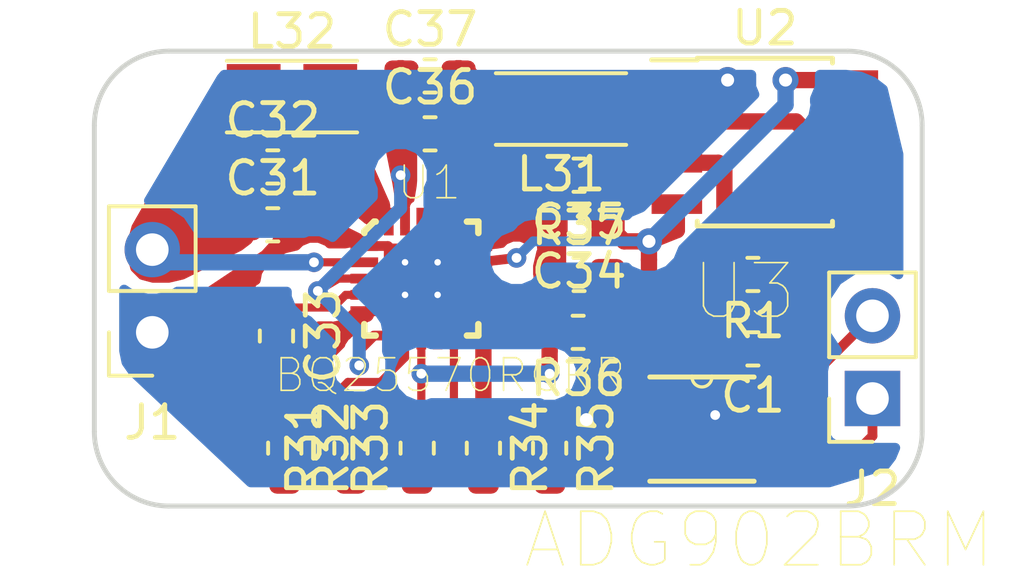
<source format=kicad_pcb>
(kicad_pcb (version 20171130) (host pcbnew "(5.0.1-3-g963ef8bb5)")

  (general
    (thickness 1.6)
    (drawings 8)
    (tracks 121)
    (zones 0)
    (modules 23)
    (nets 21)
  )

  (page A4)
  (layers
    (0 F.Cu signal)
    (31 B.Cu signal)
    (32 B.Adhes user)
    (33 F.Adhes user)
    (34 B.Paste user)
    (35 F.Paste user)
    (36 B.SilkS user)
    (37 F.SilkS user)
    (38 B.Mask user)
    (39 F.Mask user)
    (40 Dwgs.User user)
    (41 Cmts.User user)
    (42 Eco1.User user)
    (43 Eco2.User user)
    (44 Edge.Cuts user)
    (45 Margin user)
    (46 B.CrtYd user)
    (47 F.CrtYd user)
    (48 B.Fab user)
    (49 F.Fab user)
  )

  (setup
    (last_trace_width 0.2)
    (user_trace_width 0.1)
    (user_trace_width 0.15)
    (user_trace_width 0.2)
    (user_trace_width 0.25)
    (user_trace_width 0.3)
    (user_trace_width 0.35)
    (user_trace_width 0.4)
    (user_trace_width 0.5)
    (trace_clearance 0.1)
    (zone_clearance 0.3)
    (zone_45_only no)
    (trace_min 0.1)
    (segment_width 0.2)
    (edge_width 0.15)
    (via_size 0.8)
    (via_drill 0.4)
    (via_min_size 0.4)
    (via_min_drill 0.3)
    (user_via 0.6 0.3)
    (uvia_size 0.3)
    (uvia_drill 0.1)
    (uvias_allowed no)
    (uvia_min_size 0.2)
    (uvia_min_drill 0.1)
    (pcb_text_width 0.3)
    (pcb_text_size 1.5 1.5)
    (mod_edge_width 0.15)
    (mod_text_size 1 1)
    (mod_text_width 0.15)
    (pad_size 0.3 0.3)
    (pad_drill 0.2)
    (pad_to_mask_clearance 0.051)
    (solder_mask_min_width 0.25)
    (aux_axis_origin 0 0)
    (visible_elements FFFFFF7F)
    (pcbplotparams
      (layerselection 0x010fc_ffffffff)
      (usegerberextensions false)
      (usegerberattributes false)
      (usegerberadvancedattributes false)
      (creategerberjobfile false)
      (excludeedgelayer true)
      (linewidth 0.100000)
      (plotframeref false)
      (viasonmask false)
      (mode 1)
      (useauxorigin false)
      (hpglpennumber 1)
      (hpglpenspeed 20)
      (hpglpendiameter 15.000000)
      (psnegative false)
      (psa4output false)
      (plotreference true)
      (plotvalue true)
      (plotinvisibletext false)
      (padsonsilk false)
      (subtractmaskfromsilk false)
      (outputformat 1)
      (mirror false)
      (drillshape 1)
      (scaleselection 1)
      (outputdirectory ""))
  )

  (net 0 "")
  (net 1 GND)
  (net 2 "Net-(C1-Pad1)")
  (net 3 VIN)
  (net 4 "Net-(C33-Pad1)")
  (net 5 "Net-(C34-Pad1)")
  (net 6 VSTOR)
  (net 7 "Net-(R1-Pad2)")
  (net 8 VBAT_OV)
  (net 9 "Net-(R31-Pad2)")
  (net 10 OK_HYS)
  (net 11 OK_PROG)
  (net 12 VOUT_SET)
  (net 13 VBAT_OK)
  (net 14 "Net-(L31-Pad2)")
  (net 15 VBAT)
  (net 16 "Net-(L32-Pad2)")
  (net 17 "Net-(U2-Pad5)")
  (net 18 "Net-(U2-Pad7)")
  (net 19 RF1)
  (net 20 RF2)

  (net_class Default "This is the default net class."
    (clearance 0.1)
    (trace_width 0.25)
    (via_dia 0.8)
    (via_drill 0.4)
    (uvia_dia 0.3)
    (uvia_drill 0.1)
    (add_net GND)
    (add_net "Net-(C1-Pad1)")
    (add_net "Net-(C33-Pad1)")
    (add_net "Net-(C34-Pad1)")
    (add_net "Net-(L31-Pad2)")
    (add_net "Net-(L32-Pad2)")
    (add_net "Net-(R1-Pad2)")
    (add_net "Net-(R31-Pad2)")
    (add_net "Net-(U2-Pad5)")
    (add_net "Net-(U2-Pad7)")
    (add_net OK_HYS)
    (add_net OK_PROG)
    (add_net RF1)
    (add_net RF2)
    (add_net VBAT)
    (add_net VBAT_OK)
    (add_net VBAT_OV)
    (add_net VIN)
    (add_net VOUT_SET)
    (add_net VSTOR)
  )

  (module Capacitor_SMD:C_0603_1608Metric_Pad1.05x0.95mm_HandSolder (layer F.Cu) (tedit 5B301BBE) (tstamp 5C35B775)
    (at 148.731 61.722 180)
    (descr "Capacitor SMD 0603 (1608 Metric), square (rectangular) end terminal, IPC_7351 nominal with elongated pad for handsoldering. (Body size source: http://www.tortai-tech.com/upload/download/2011102023233369053.pdf), generated with kicad-footprint-generator")
    (tags "capacitor handsolder")
    (path /5C40349B)
    (attr smd)
    (fp_text reference C1 (at 0 -1.43 180) (layer F.SilkS)
      (effects (font (size 1 1) (thickness 0.15)))
    )
    (fp_text value 100pF (at 0 1.43 180) (layer F.Fab)
      (effects (font (size 1 1) (thickness 0.15)))
    )
    (fp_text user %R (at 0 0 180) (layer F.Fab)
      (effects (font (size 0.4 0.4) (thickness 0.06)))
    )
    (fp_line (start 1.65 0.73) (end -1.65 0.73) (layer F.CrtYd) (width 0.05))
    (fp_line (start 1.65 -0.73) (end 1.65 0.73) (layer F.CrtYd) (width 0.05))
    (fp_line (start -1.65 -0.73) (end 1.65 -0.73) (layer F.CrtYd) (width 0.05))
    (fp_line (start -1.65 0.73) (end -1.65 -0.73) (layer F.CrtYd) (width 0.05))
    (fp_line (start -0.171267 0.51) (end 0.171267 0.51) (layer F.SilkS) (width 0.12))
    (fp_line (start -0.171267 -0.51) (end 0.171267 -0.51) (layer F.SilkS) (width 0.12))
    (fp_line (start 0.8 0.4) (end -0.8 0.4) (layer F.Fab) (width 0.1))
    (fp_line (start 0.8 -0.4) (end 0.8 0.4) (layer F.Fab) (width 0.1))
    (fp_line (start -0.8 -0.4) (end 0.8 -0.4) (layer F.Fab) (width 0.1))
    (fp_line (start -0.8 0.4) (end -0.8 -0.4) (layer F.Fab) (width 0.1))
    (pad 2 smd roundrect (at 0.875 0 180) (size 1.05 0.95) (layers F.Cu F.Paste F.Mask) (roundrect_rratio 0.25)
      (net 1 GND))
    (pad 1 smd roundrect (at -0.875 0 180) (size 1.05 0.95) (layers F.Cu F.Paste F.Mask) (roundrect_rratio 0.25)
      (net 2 "Net-(C1-Pad1)"))
    (model ${KISYS3DMOD}/Capacitor_SMD.3dshapes/C_0603_1608Metric.wrl
      (at (xyz 0 0 0))
      (scale (xyz 1 1 1))
      (rotate (xyz 0 0 0))
    )
  )

  (module Capacitor_SMD:C_0603_1608Metric_Pad1.05x0.95mm_HandSolder (layer F.Cu) (tedit 5B301BBE) (tstamp 5C35B786)
    (at 133.999 57.912)
    (descr "Capacitor SMD 0603 (1608 Metric), square (rectangular) end terminal, IPC_7351 nominal with elongated pad for handsoldering. (Body size source: http://www.tortai-tech.com/upload/download/2011102023233369053.pdf), generated with kicad-footprint-generator")
    (tags "capacitor handsolder")
    (path /5C37C7C2)
    (attr smd)
    (fp_text reference C31 (at 0 -1.43) (layer F.SilkS)
      (effects (font (size 1 1) (thickness 0.15)))
    )
    (fp_text value 0.1uF (at 0 4.064) (layer F.Fab)
      (effects (font (size 1 1) (thickness 0.15)))
    )
    (fp_text user %R (at 0 0) (layer F.Fab)
      (effects (font (size 0.4 0.4) (thickness 0.06)))
    )
    (fp_line (start 1.65 0.73) (end -1.65 0.73) (layer F.CrtYd) (width 0.05))
    (fp_line (start 1.65 -0.73) (end 1.65 0.73) (layer F.CrtYd) (width 0.05))
    (fp_line (start -1.65 -0.73) (end 1.65 -0.73) (layer F.CrtYd) (width 0.05))
    (fp_line (start -1.65 0.73) (end -1.65 -0.73) (layer F.CrtYd) (width 0.05))
    (fp_line (start -0.171267 0.51) (end 0.171267 0.51) (layer F.SilkS) (width 0.12))
    (fp_line (start -0.171267 -0.51) (end 0.171267 -0.51) (layer F.SilkS) (width 0.12))
    (fp_line (start 0.8 0.4) (end -0.8 0.4) (layer F.Fab) (width 0.1))
    (fp_line (start 0.8 -0.4) (end 0.8 0.4) (layer F.Fab) (width 0.1))
    (fp_line (start -0.8 -0.4) (end 0.8 -0.4) (layer F.Fab) (width 0.1))
    (fp_line (start -0.8 0.4) (end -0.8 -0.4) (layer F.Fab) (width 0.1))
    (pad 2 smd roundrect (at 0.875 0) (size 1.05 0.95) (layers F.Cu F.Paste F.Mask) (roundrect_rratio 0.25)
      (net 1 GND))
    (pad 1 smd roundrect (at -0.875 0) (size 1.05 0.95) (layers F.Cu F.Paste F.Mask) (roundrect_rratio 0.25)
      (net 3 VIN))
    (model ${KISYS3DMOD}/Capacitor_SMD.3dshapes/C_0603_1608Metric.wrl
      (at (xyz 0 0 0))
      (scale (xyz 1 1 1))
      (rotate (xyz 0 0 0))
    )
  )

  (module Capacitor_SMD:C_0603_1608Metric_Pad1.05x0.95mm_HandSolder (layer F.Cu) (tedit 5B301BBE) (tstamp 5C35B797)
    (at 133.999 56.134)
    (descr "Capacitor SMD 0603 (1608 Metric), square (rectangular) end terminal, IPC_7351 nominal with elongated pad for handsoldering. (Body size source: http://www.tortai-tech.com/upload/download/2011102023233369053.pdf), generated with kicad-footprint-generator")
    (tags "capacitor handsolder")
    (path /5C37B216)
    (attr smd)
    (fp_text reference C32 (at 0 -1.43) (layer F.SilkS)
      (effects (font (size 1 1) (thickness 0.15)))
    )
    (fp_text value 4.7uF (at 0 1.43) (layer F.Fab)
      (effects (font (size 1 1) (thickness 0.15)))
    )
    (fp_line (start -0.8 0.4) (end -0.8 -0.4) (layer F.Fab) (width 0.1))
    (fp_line (start -0.8 -0.4) (end 0.8 -0.4) (layer F.Fab) (width 0.1))
    (fp_line (start 0.8 -0.4) (end 0.8 0.4) (layer F.Fab) (width 0.1))
    (fp_line (start 0.8 0.4) (end -0.8 0.4) (layer F.Fab) (width 0.1))
    (fp_line (start -0.171267 -0.51) (end 0.171267 -0.51) (layer F.SilkS) (width 0.12))
    (fp_line (start -0.171267 0.51) (end 0.171267 0.51) (layer F.SilkS) (width 0.12))
    (fp_line (start -1.65 0.73) (end -1.65 -0.73) (layer F.CrtYd) (width 0.05))
    (fp_line (start -1.65 -0.73) (end 1.65 -0.73) (layer F.CrtYd) (width 0.05))
    (fp_line (start 1.65 -0.73) (end 1.65 0.73) (layer F.CrtYd) (width 0.05))
    (fp_line (start 1.65 0.73) (end -1.65 0.73) (layer F.CrtYd) (width 0.05))
    (fp_text user %R (at 0 0) (layer F.Fab)
      (effects (font (size 0.4 0.4) (thickness 0.06)))
    )
    (pad 1 smd roundrect (at -0.875 0) (size 1.05 0.95) (layers F.Cu F.Paste F.Mask) (roundrect_rratio 0.25)
      (net 3 VIN))
    (pad 2 smd roundrect (at 0.875 0) (size 1.05 0.95) (layers F.Cu F.Paste F.Mask) (roundrect_rratio 0.25)
      (net 1 GND))
    (model ${KISYS3DMOD}/Capacitor_SMD.3dshapes/C_0603_1608Metric.wrl
      (at (xyz 0 0 0))
      (scale (xyz 1 1 1))
      (rotate (xyz 0 0 0))
    )
  )

  (module Capacitor_SMD:C_0603_1608Metric_Pad1.05x0.95mm_HandSolder (layer F.Cu) (tedit 5B301BBE) (tstamp 5C35B7A8)
    (at 134.112 61.327 270)
    (descr "Capacitor SMD 0603 (1608 Metric), square (rectangular) end terminal, IPC_7351 nominal with elongated pad for handsoldering. (Body size source: http://www.tortai-tech.com/upload/download/2011102023233369053.pdf), generated with kicad-footprint-generator")
    (tags "capacitor handsolder")
    (path /5C3AC17D)
    (attr smd)
    (fp_text reference C33 (at 0 -1.43 270) (layer F.SilkS)
      (effects (font (size 1 1) (thickness 0.15)))
    )
    (fp_text value 10nF (at 0 1.43 270) (layer F.Fab)
      (effects (font (size 1 1) (thickness 0.15)))
    )
    (fp_line (start -0.8 0.4) (end -0.8 -0.4) (layer F.Fab) (width 0.1))
    (fp_line (start -0.8 -0.4) (end 0.8 -0.4) (layer F.Fab) (width 0.1))
    (fp_line (start 0.8 -0.4) (end 0.8 0.4) (layer F.Fab) (width 0.1))
    (fp_line (start 0.8 0.4) (end -0.8 0.4) (layer F.Fab) (width 0.1))
    (fp_line (start -0.171267 -0.51) (end 0.171267 -0.51) (layer F.SilkS) (width 0.12))
    (fp_line (start -0.171267 0.51) (end 0.171267 0.51) (layer F.SilkS) (width 0.12))
    (fp_line (start -1.65 0.73) (end -1.65 -0.73) (layer F.CrtYd) (width 0.05))
    (fp_line (start -1.65 -0.73) (end 1.65 -0.73) (layer F.CrtYd) (width 0.05))
    (fp_line (start 1.65 -0.73) (end 1.65 0.73) (layer F.CrtYd) (width 0.05))
    (fp_line (start 1.65 0.73) (end -1.65 0.73) (layer F.CrtYd) (width 0.05))
    (fp_text user %R (at 0 0 270) (layer F.Fab)
      (effects (font (size 0.4 0.4) (thickness 0.06)))
    )
    (pad 1 smd roundrect (at -0.875 0 270) (size 1.05 0.95) (layers F.Cu F.Paste F.Mask) (roundrect_rratio 0.25)
      (net 4 "Net-(C33-Pad1)"))
    (pad 2 smd roundrect (at 0.875 0 270) (size 1.05 0.95) (layers F.Cu F.Paste F.Mask) (roundrect_rratio 0.25)
      (net 1 GND))
    (model ${KISYS3DMOD}/Capacitor_SMD.3dshapes/C_0603_1608Metric.wrl
      (at (xyz 0 0 0))
      (scale (xyz 1 1 1))
      (rotate (xyz 0 0 0))
    )
  )

  (module Capacitor_SMD:C_0603_1608Metric_Pad1.05x0.95mm_HandSolder (layer F.Cu) (tedit 5B301BBE) (tstamp 5C35B7B9)
    (at 143.397 57.912 180)
    (descr "Capacitor SMD 0603 (1608 Metric), square (rectangular) end terminal, IPC_7351 nominal with elongated pad for handsoldering. (Body size source: http://www.tortai-tech.com/upload/download/2011102023233369053.pdf), generated with kicad-footprint-generator")
    (tags "capacitor handsolder")
    (path /5C34121C)
    (attr smd)
    (fp_text reference C34 (at 0 -1.43 180) (layer F.SilkS)
      (effects (font (size 1 1) (thickness 0.15)))
    )
    (fp_text value 22uF (at 0 1.43 180) (layer F.Fab)
      (effects (font (size 1 1) (thickness 0.15)))
    )
    (fp_text user %R (at 0 0 180) (layer F.Fab)
      (effects (font (size 0.4 0.4) (thickness 0.06)))
    )
    (fp_line (start 1.65 0.73) (end -1.65 0.73) (layer F.CrtYd) (width 0.05))
    (fp_line (start 1.65 -0.73) (end 1.65 0.73) (layer F.CrtYd) (width 0.05))
    (fp_line (start -1.65 -0.73) (end 1.65 -0.73) (layer F.CrtYd) (width 0.05))
    (fp_line (start -1.65 0.73) (end -1.65 -0.73) (layer F.CrtYd) (width 0.05))
    (fp_line (start -0.171267 0.51) (end 0.171267 0.51) (layer F.SilkS) (width 0.12))
    (fp_line (start -0.171267 -0.51) (end 0.171267 -0.51) (layer F.SilkS) (width 0.12))
    (fp_line (start 0.8 0.4) (end -0.8 0.4) (layer F.Fab) (width 0.1))
    (fp_line (start 0.8 -0.4) (end 0.8 0.4) (layer F.Fab) (width 0.1))
    (fp_line (start -0.8 -0.4) (end 0.8 -0.4) (layer F.Fab) (width 0.1))
    (fp_line (start -0.8 0.4) (end -0.8 -0.4) (layer F.Fab) (width 0.1))
    (pad 2 smd roundrect (at 0.875 0 180) (size 1.05 0.95) (layers F.Cu F.Paste F.Mask) (roundrect_rratio 0.25)
      (net 1 GND))
    (pad 1 smd roundrect (at -0.875 0 180) (size 1.05 0.95) (layers F.Cu F.Paste F.Mask) (roundrect_rratio 0.25)
      (net 5 "Net-(C34-Pad1)"))
    (model ${KISYS3DMOD}/Capacitor_SMD.3dshapes/C_0603_1608Metric.wrl
      (at (xyz 0 0 0))
      (scale (xyz 1 1 1))
      (rotate (xyz 0 0 0))
    )
  )

  (module Capacitor_SMD:C_0603_1608Metric_Pad1.05x0.95mm_HandSolder (layer F.Cu) (tedit 5B301BBE) (tstamp 5C35B7CA)
    (at 143.397 56.388 180)
    (descr "Capacitor SMD 0603 (1608 Metric), square (rectangular) end terminal, IPC_7351 nominal with elongated pad for handsoldering. (Body size source: http://www.tortai-tech.com/upload/download/2011102023233369053.pdf), generated with kicad-footprint-generator")
    (tags "capacitor handsolder")
    (path /5C3411B8)
    (attr smd)
    (fp_text reference C35 (at 0 -1.43 180) (layer F.SilkS)
      (effects (font (size 1 1) (thickness 0.15)))
    )
    (fp_text value 0.1uF (at 0 1.43 180) (layer F.Fab)
      (effects (font (size 1 1) (thickness 0.15)))
    )
    (fp_line (start -0.8 0.4) (end -0.8 -0.4) (layer F.Fab) (width 0.1))
    (fp_line (start -0.8 -0.4) (end 0.8 -0.4) (layer F.Fab) (width 0.1))
    (fp_line (start 0.8 -0.4) (end 0.8 0.4) (layer F.Fab) (width 0.1))
    (fp_line (start 0.8 0.4) (end -0.8 0.4) (layer F.Fab) (width 0.1))
    (fp_line (start -0.171267 -0.51) (end 0.171267 -0.51) (layer F.SilkS) (width 0.12))
    (fp_line (start -0.171267 0.51) (end 0.171267 0.51) (layer F.SilkS) (width 0.12))
    (fp_line (start -1.65 0.73) (end -1.65 -0.73) (layer F.CrtYd) (width 0.05))
    (fp_line (start -1.65 -0.73) (end 1.65 -0.73) (layer F.CrtYd) (width 0.05))
    (fp_line (start 1.65 -0.73) (end 1.65 0.73) (layer F.CrtYd) (width 0.05))
    (fp_line (start 1.65 0.73) (end -1.65 0.73) (layer F.CrtYd) (width 0.05))
    (fp_text user %R (at 0 0 180) (layer F.Fab)
      (effects (font (size 0.4 0.4) (thickness 0.06)))
    )
    (pad 1 smd roundrect (at -0.875 0 180) (size 1.05 0.95) (layers F.Cu F.Paste F.Mask) (roundrect_rratio 0.25)
      (net 5 "Net-(C34-Pad1)"))
    (pad 2 smd roundrect (at 0.875 0 180) (size 1.05 0.95) (layers F.Cu F.Paste F.Mask) (roundrect_rratio 0.25)
      (net 1 GND))
    (model ${KISYS3DMOD}/Capacitor_SMD.3dshapes/C_0603_1608Metric.wrl
      (at (xyz 0 0 0))
      (scale (xyz 1 1 1))
      (rotate (xyz 0 0 0))
    )
  )

  (module Capacitor_SMD:C_0603_1608Metric_Pad1.05x0.95mm_HandSolder (layer F.Cu) (tedit 5B301BBE) (tstamp 5C35B7DB)
    (at 138.825 55.118)
    (descr "Capacitor SMD 0603 (1608 Metric), square (rectangular) end terminal, IPC_7351 nominal with elongated pad for handsoldering. (Body size source: http://www.tortai-tech.com/upload/download/2011102023233369053.pdf), generated with kicad-footprint-generator")
    (tags "capacitor handsolder")
    (path /5C34C21B)
    (attr smd)
    (fp_text reference C36 (at 0 -1.43) (layer F.SilkS)
      (effects (font (size 1 1) (thickness 0.15)))
    )
    (fp_text value 0.1uF (at 0 1.43) (layer F.Fab)
      (effects (font (size 1 1) (thickness 0.15)))
    )
    (fp_text user %R (at 0 0) (layer F.Fab)
      (effects (font (size 0.4 0.4) (thickness 0.06)))
    )
    (fp_line (start 1.65 0.73) (end -1.65 0.73) (layer F.CrtYd) (width 0.05))
    (fp_line (start 1.65 -0.73) (end 1.65 0.73) (layer F.CrtYd) (width 0.05))
    (fp_line (start -1.65 -0.73) (end 1.65 -0.73) (layer F.CrtYd) (width 0.05))
    (fp_line (start -1.65 0.73) (end -1.65 -0.73) (layer F.CrtYd) (width 0.05))
    (fp_line (start -0.171267 0.51) (end 0.171267 0.51) (layer F.SilkS) (width 0.12))
    (fp_line (start -0.171267 -0.51) (end 0.171267 -0.51) (layer F.SilkS) (width 0.12))
    (fp_line (start 0.8 0.4) (end -0.8 0.4) (layer F.Fab) (width 0.1))
    (fp_line (start 0.8 -0.4) (end 0.8 0.4) (layer F.Fab) (width 0.1))
    (fp_line (start -0.8 -0.4) (end 0.8 -0.4) (layer F.Fab) (width 0.1))
    (fp_line (start -0.8 0.4) (end -0.8 -0.4) (layer F.Fab) (width 0.1))
    (pad 2 smd roundrect (at 0.875 0) (size 1.05 0.95) (layers F.Cu F.Paste F.Mask) (roundrect_rratio 0.25)
      (net 1 GND))
    (pad 1 smd roundrect (at -0.875 0) (size 1.05 0.95) (layers F.Cu F.Paste F.Mask) (roundrect_rratio 0.25)
      (net 6 VSTOR))
    (model ${KISYS3DMOD}/Capacitor_SMD.3dshapes/C_0603_1608Metric.wrl
      (at (xyz 0 0 0))
      (scale (xyz 1 1 1))
      (rotate (xyz 0 0 0))
    )
  )

  (module Capacitor_SMD:C_0603_1608Metric_Pad1.05x0.95mm_HandSolder (layer F.Cu) (tedit 5B301BBE) (tstamp 5C35B7EC)
    (at 138.825 53.34)
    (descr "Capacitor SMD 0603 (1608 Metric), square (rectangular) end terminal, IPC_7351 nominal with elongated pad for handsoldering. (Body size source: http://www.tortai-tech.com/upload/download/2011102023233369053.pdf), generated with kicad-footprint-generator")
    (tags "capacitor handsolder")
    (path /5C34C10D)
    (attr smd)
    (fp_text reference C37 (at 0 -1.43) (layer F.SilkS)
      (effects (font (size 1 1) (thickness 0.15)))
    )
    (fp_text value 4.7uF (at 0 1.43) (layer F.Fab)
      (effects (font (size 1 1) (thickness 0.15)))
    )
    (fp_line (start -0.8 0.4) (end -0.8 -0.4) (layer F.Fab) (width 0.1))
    (fp_line (start -0.8 -0.4) (end 0.8 -0.4) (layer F.Fab) (width 0.1))
    (fp_line (start 0.8 -0.4) (end 0.8 0.4) (layer F.Fab) (width 0.1))
    (fp_line (start 0.8 0.4) (end -0.8 0.4) (layer F.Fab) (width 0.1))
    (fp_line (start -0.171267 -0.51) (end 0.171267 -0.51) (layer F.SilkS) (width 0.12))
    (fp_line (start -0.171267 0.51) (end 0.171267 0.51) (layer F.SilkS) (width 0.12))
    (fp_line (start -1.65 0.73) (end -1.65 -0.73) (layer F.CrtYd) (width 0.05))
    (fp_line (start -1.65 -0.73) (end 1.65 -0.73) (layer F.CrtYd) (width 0.05))
    (fp_line (start 1.65 -0.73) (end 1.65 0.73) (layer F.CrtYd) (width 0.05))
    (fp_line (start 1.65 0.73) (end -1.65 0.73) (layer F.CrtYd) (width 0.05))
    (fp_text user %R (at 0 0) (layer F.Fab)
      (effects (font (size 0.4 0.4) (thickness 0.06)))
    )
    (pad 1 smd roundrect (at -0.875 0) (size 1.05 0.95) (layers F.Cu F.Paste F.Mask) (roundrect_rratio 0.25)
      (net 6 VSTOR))
    (pad 2 smd roundrect (at 0.875 0) (size 1.05 0.95) (layers F.Cu F.Paste F.Mask) (roundrect_rratio 0.25)
      (net 1 GND))
    (model ${KISYS3DMOD}/Capacitor_SMD.3dshapes/C_0603_1608Metric.wrl
      (at (xyz 0 0 0))
      (scale (xyz 1 1 1))
      (rotate (xyz 0 0 0))
    )
  )

  (module Resistor_SMD:R_0603_1608Metric_Pad1.05x0.95mm_HandSolder (layer F.Cu) (tedit 5B301BBD) (tstamp 5C35B7FD)
    (at 148.731 59.436 180)
    (descr "Resistor SMD 0603 (1608 Metric), square (rectangular) end terminal, IPC_7351 nominal with elongated pad for handsoldering. (Body size source: http://www.tortai-tech.com/upload/download/2011102023233369053.pdf), generated with kicad-footprint-generator")
    (tags "resistor handsolder")
    (path /5C39B013)
    (attr smd)
    (fp_text reference R1 (at 0 -1.43 180) (layer F.SilkS)
      (effects (font (size 1 1) (thickness 0.15)))
    )
    (fp_text value 700k (at 0 1.43 180) (layer F.Fab)
      (effects (font (size 1 1) (thickness 0.15)))
    )
    (fp_text user %R (at 0 0 180) (layer F.Fab)
      (effects (font (size 0.4 0.4) (thickness 0.06)))
    )
    (fp_line (start 1.65 0.73) (end -1.65 0.73) (layer F.CrtYd) (width 0.05))
    (fp_line (start 1.65 -0.73) (end 1.65 0.73) (layer F.CrtYd) (width 0.05))
    (fp_line (start -1.65 -0.73) (end 1.65 -0.73) (layer F.CrtYd) (width 0.05))
    (fp_line (start -1.65 0.73) (end -1.65 -0.73) (layer F.CrtYd) (width 0.05))
    (fp_line (start -0.171267 0.51) (end 0.171267 0.51) (layer F.SilkS) (width 0.12))
    (fp_line (start -0.171267 -0.51) (end 0.171267 -0.51) (layer F.SilkS) (width 0.12))
    (fp_line (start 0.8 0.4) (end -0.8 0.4) (layer F.Fab) (width 0.1))
    (fp_line (start 0.8 -0.4) (end 0.8 0.4) (layer F.Fab) (width 0.1))
    (fp_line (start -0.8 -0.4) (end 0.8 -0.4) (layer F.Fab) (width 0.1))
    (fp_line (start -0.8 0.4) (end -0.8 -0.4) (layer F.Fab) (width 0.1))
    (pad 2 smd roundrect (at 0.875 0 180) (size 1.05 0.95) (layers F.Cu F.Paste F.Mask) (roundrect_rratio 0.25)
      (net 7 "Net-(R1-Pad2)"))
    (pad 1 smd roundrect (at -0.875 0 180) (size 1.05 0.95) (layers F.Cu F.Paste F.Mask) (roundrect_rratio 0.25)
      (net 2 "Net-(C1-Pad1)"))
    (model ${KISYS3DMOD}/Resistor_SMD.3dshapes/R_0603_1608Metric.wrl
      (at (xyz 0 0 0))
      (scale (xyz 1 1 1))
      (rotate (xyz 0 0 0))
    )
  )

  (module Resistor_SMD:R_0603_1608Metric_Pad1.05x0.95mm_HandSolder (layer F.Cu) (tedit 5B301BBD) (tstamp 5C35B80E)
    (at 136.398 64.77 90)
    (descr "Resistor SMD 0603 (1608 Metric), square (rectangular) end terminal, IPC_7351 nominal with elongated pad for handsoldering. (Body size source: http://www.tortai-tech.com/upload/download/2011102023233369053.pdf), generated with kicad-footprint-generator")
    (tags "resistor handsolder")
    (path /5C343C8D)
    (attr smd)
    (fp_text reference R31 (at 0 -1.43 90) (layer F.SilkS)
      (effects (font (size 1 1) (thickness 0.15)))
    )
    (fp_text value 7.15M (at 0 1.43 90) (layer F.Fab)
      (effects (font (size 1 1) (thickness 0.15)))
    )
    (fp_line (start -0.8 0.4) (end -0.8 -0.4) (layer F.Fab) (width 0.1))
    (fp_line (start -0.8 -0.4) (end 0.8 -0.4) (layer F.Fab) (width 0.1))
    (fp_line (start 0.8 -0.4) (end 0.8 0.4) (layer F.Fab) (width 0.1))
    (fp_line (start 0.8 0.4) (end -0.8 0.4) (layer F.Fab) (width 0.1))
    (fp_line (start -0.171267 -0.51) (end 0.171267 -0.51) (layer F.SilkS) (width 0.12))
    (fp_line (start -0.171267 0.51) (end 0.171267 0.51) (layer F.SilkS) (width 0.12))
    (fp_line (start -1.65 0.73) (end -1.65 -0.73) (layer F.CrtYd) (width 0.05))
    (fp_line (start -1.65 -0.73) (end 1.65 -0.73) (layer F.CrtYd) (width 0.05))
    (fp_line (start 1.65 -0.73) (end 1.65 0.73) (layer F.CrtYd) (width 0.05))
    (fp_line (start 1.65 0.73) (end -1.65 0.73) (layer F.CrtYd) (width 0.05))
    (fp_text user %R (at 0 0 90) (layer F.Fab)
      (effects (font (size 0.4 0.4) (thickness 0.06)))
    )
    (pad 1 smd roundrect (at -0.875 0 90) (size 1.05 0.95) (layers F.Cu F.Paste F.Mask) (roundrect_rratio 0.25)
      (net 8 VBAT_OV))
    (pad 2 smd roundrect (at 0.875 0 90) (size 1.05 0.95) (layers F.Cu F.Paste F.Mask) (roundrect_rratio 0.25)
      (net 9 "Net-(R31-Pad2)"))
    (model ${KISYS3DMOD}/Resistor_SMD.3dshapes/R_0603_1608Metric.wrl
      (at (xyz 0 0 0))
      (scale (xyz 1 1 1))
      (rotate (xyz 0 0 0))
    )
  )

  (module Resistor_SMD:R_0603_1608Metric_Pad1.05x0.95mm_HandSolder (layer F.Cu) (tedit 5B301BBD) (tstamp 5C35B81F)
    (at 134.366 64.77 270)
    (descr "Resistor SMD 0603 (1608 Metric), square (rectangular) end terminal, IPC_7351 nominal with elongated pad for handsoldering. (Body size source: http://www.tortai-tech.com/upload/download/2011102023233369053.pdf), generated with kicad-footprint-generator")
    (tags "resistor handsolder")
    (path /5C343C93)
    (attr smd)
    (fp_text reference R32 (at 0 -1.43 270) (layer F.SilkS)
      (effects (font (size 1 1) (thickness 0.15)))
    )
    (fp_text value 3.09M (at 0 1.43 270) (layer F.Fab)
      (effects (font (size 1 1) (thickness 0.15)))
    )
    (fp_text user %R (at 0 0 270) (layer F.Fab)
      (effects (font (size 0.4 0.4) (thickness 0.06)))
    )
    (fp_line (start 1.65 0.73) (end -1.65 0.73) (layer F.CrtYd) (width 0.05))
    (fp_line (start 1.65 -0.73) (end 1.65 0.73) (layer F.CrtYd) (width 0.05))
    (fp_line (start -1.65 -0.73) (end 1.65 -0.73) (layer F.CrtYd) (width 0.05))
    (fp_line (start -1.65 0.73) (end -1.65 -0.73) (layer F.CrtYd) (width 0.05))
    (fp_line (start -0.171267 0.51) (end 0.171267 0.51) (layer F.SilkS) (width 0.12))
    (fp_line (start -0.171267 -0.51) (end 0.171267 -0.51) (layer F.SilkS) (width 0.12))
    (fp_line (start 0.8 0.4) (end -0.8 0.4) (layer F.Fab) (width 0.1))
    (fp_line (start 0.8 -0.4) (end 0.8 0.4) (layer F.Fab) (width 0.1))
    (fp_line (start -0.8 -0.4) (end 0.8 -0.4) (layer F.Fab) (width 0.1))
    (fp_line (start -0.8 0.4) (end -0.8 -0.4) (layer F.Fab) (width 0.1))
    (pad 2 smd roundrect (at 0.875 0 270) (size 1.05 0.95) (layers F.Cu F.Paste F.Mask) (roundrect_rratio 0.25)
      (net 8 VBAT_OV))
    (pad 1 smd roundrect (at -0.875 0 270) (size 1.05 0.95) (layers F.Cu F.Paste F.Mask) (roundrect_rratio 0.25)
      (net 1 GND))
    (model ${KISYS3DMOD}/Resistor_SMD.3dshapes/R_0603_1608Metric.wrl
      (at (xyz 0 0 0))
      (scale (xyz 1 1 1))
      (rotate (xyz 0 0 0))
    )
  )

  (module Resistor_SMD:R_0603_1608Metric_Pad1.05x0.95mm_HandSolder (layer F.Cu) (tedit 5B301BBD) (tstamp 5C35B830)
    (at 138.43 64.77 90)
    (descr "Resistor SMD 0603 (1608 Metric), square (rectangular) end terminal, IPC_7351 nominal with elongated pad for handsoldering. (Body size source: http://www.tortai-tech.com/upload/download/2011102023233369053.pdf), generated with kicad-footprint-generator")
    (tags "resistor handsolder")
    (path /5C343F7E)
    (attr smd)
    (fp_text reference R33 (at 0 -1.43 90) (layer F.SilkS)
      (effects (font (size 1 1) (thickness 0.15)))
    )
    (fp_text value 422k (at 0 1.43 90) (layer F.Fab)
      (effects (font (size 1 1) (thickness 0.15)))
    )
    (fp_line (start -0.8 0.4) (end -0.8 -0.4) (layer F.Fab) (width 0.1))
    (fp_line (start -0.8 -0.4) (end 0.8 -0.4) (layer F.Fab) (width 0.1))
    (fp_line (start 0.8 -0.4) (end 0.8 0.4) (layer F.Fab) (width 0.1))
    (fp_line (start 0.8 0.4) (end -0.8 0.4) (layer F.Fab) (width 0.1))
    (fp_line (start -0.171267 -0.51) (end 0.171267 -0.51) (layer F.SilkS) (width 0.12))
    (fp_line (start -0.171267 0.51) (end 0.171267 0.51) (layer F.SilkS) (width 0.12))
    (fp_line (start -1.65 0.73) (end -1.65 -0.73) (layer F.CrtYd) (width 0.05))
    (fp_line (start -1.65 -0.73) (end 1.65 -0.73) (layer F.CrtYd) (width 0.05))
    (fp_line (start 1.65 -0.73) (end 1.65 0.73) (layer F.CrtYd) (width 0.05))
    (fp_line (start 1.65 0.73) (end -1.65 0.73) (layer F.CrtYd) (width 0.05))
    (fp_text user %R (at 0 0 90) (layer F.Fab)
      (effects (font (size 0.4 0.4) (thickness 0.06)))
    )
    (pad 1 smd roundrect (at -0.875 0 90) (size 1.05 0.95) (layers F.Cu F.Paste F.Mask) (roundrect_rratio 0.25)
      (net 10 OK_HYS))
    (pad 2 smd roundrect (at 0.875 0 90) (size 1.05 0.95) (layers F.Cu F.Paste F.Mask) (roundrect_rratio 0.25)
      (net 9 "Net-(R31-Pad2)"))
    (model ${KISYS3DMOD}/Resistor_SMD.3dshapes/R_0603_1608Metric.wrl
      (at (xyz 0 0 0))
      (scale (xyz 1 1 1))
      (rotate (xyz 0 0 0))
    )
  )

  (module Resistor_SMD:R_0603_1608Metric_Pad1.05x0.95mm_HandSolder (layer F.Cu) (tedit 5B301BBD) (tstamp 5C35B841)
    (at 140.462 64.77 270)
    (descr "Resistor SMD 0603 (1608 Metric), square (rectangular) end terminal, IPC_7351 nominal with elongated pad for handsoldering. (Body size source: http://www.tortai-tech.com/upload/download/2011102023233369053.pdf), generated with kicad-footprint-generator")
    (tags "resistor handsolder")
    (path /5C343F84)
    (attr smd)
    (fp_text reference R34 (at 0 -1.43 270) (layer F.SilkS)
      (effects (font (size 1 1) (thickness 0.15)))
    )
    (fp_text value 4.64M (at 0 1.43 270) (layer F.Fab)
      (effects (font (size 1 1) (thickness 0.15)))
    )
    (fp_text user %R (at 0 0 270) (layer F.Fab)
      (effects (font (size 0.4 0.4) (thickness 0.06)))
    )
    (fp_line (start 1.65 0.73) (end -1.65 0.73) (layer F.CrtYd) (width 0.05))
    (fp_line (start 1.65 -0.73) (end 1.65 0.73) (layer F.CrtYd) (width 0.05))
    (fp_line (start -1.65 -0.73) (end 1.65 -0.73) (layer F.CrtYd) (width 0.05))
    (fp_line (start -1.65 0.73) (end -1.65 -0.73) (layer F.CrtYd) (width 0.05))
    (fp_line (start -0.171267 0.51) (end 0.171267 0.51) (layer F.SilkS) (width 0.12))
    (fp_line (start -0.171267 -0.51) (end 0.171267 -0.51) (layer F.SilkS) (width 0.12))
    (fp_line (start 0.8 0.4) (end -0.8 0.4) (layer F.Fab) (width 0.1))
    (fp_line (start 0.8 -0.4) (end 0.8 0.4) (layer F.Fab) (width 0.1))
    (fp_line (start -0.8 -0.4) (end 0.8 -0.4) (layer F.Fab) (width 0.1))
    (fp_line (start -0.8 0.4) (end -0.8 -0.4) (layer F.Fab) (width 0.1))
    (pad 2 smd roundrect (at 0.875 0 270) (size 1.05 0.95) (layers F.Cu F.Paste F.Mask) (roundrect_rratio 0.25)
      (net 10 OK_HYS))
    (pad 1 smd roundrect (at -0.875 0 270) (size 1.05 0.95) (layers F.Cu F.Paste F.Mask) (roundrect_rratio 0.25)
      (net 11 OK_PROG))
    (model ${KISYS3DMOD}/Resistor_SMD.3dshapes/R_0603_1608Metric.wrl
      (at (xyz 0 0 0))
      (scale (xyz 1 1 1))
      (rotate (xyz 0 0 0))
    )
  )

  (module Resistor_SMD:R_0603_1608Metric_Pad1.05x0.95mm_HandSolder (layer F.Cu) (tedit 5B301BBD) (tstamp 5C35B852)
    (at 142.494 64.77 270)
    (descr "Resistor SMD 0603 (1608 Metric), square (rectangular) end terminal, IPC_7351 nominal with elongated pad for handsoldering. (Body size source: http://www.tortai-tech.com/upload/download/2011102023233369053.pdf), generated with kicad-footprint-generator")
    (tags "resistor handsolder")
    (path /5C346132)
    (attr smd)
    (fp_text reference R35 (at 0 -1.43 270) (layer F.SilkS)
      (effects (font (size 1 1) (thickness 0.15)))
    )
    (fp_text value 5.11M (at 0 1.43 270) (layer F.Fab)
      (effects (font (size 1 1) (thickness 0.15)))
    )
    (fp_line (start -0.8 0.4) (end -0.8 -0.4) (layer F.Fab) (width 0.1))
    (fp_line (start -0.8 -0.4) (end 0.8 -0.4) (layer F.Fab) (width 0.1))
    (fp_line (start 0.8 -0.4) (end 0.8 0.4) (layer F.Fab) (width 0.1))
    (fp_line (start 0.8 0.4) (end -0.8 0.4) (layer F.Fab) (width 0.1))
    (fp_line (start -0.171267 -0.51) (end 0.171267 -0.51) (layer F.SilkS) (width 0.12))
    (fp_line (start -0.171267 0.51) (end 0.171267 0.51) (layer F.SilkS) (width 0.12))
    (fp_line (start -1.65 0.73) (end -1.65 -0.73) (layer F.CrtYd) (width 0.05))
    (fp_line (start -1.65 -0.73) (end 1.65 -0.73) (layer F.CrtYd) (width 0.05))
    (fp_line (start 1.65 -0.73) (end 1.65 0.73) (layer F.CrtYd) (width 0.05))
    (fp_line (start 1.65 0.73) (end -1.65 0.73) (layer F.CrtYd) (width 0.05))
    (fp_text user %R (at 0 0 270) (layer F.Fab)
      (effects (font (size 0.4 0.4) (thickness 0.06)))
    )
    (pad 1 smd roundrect (at -0.875 0 270) (size 1.05 0.95) (layers F.Cu F.Paste F.Mask) (roundrect_rratio 0.25)
      (net 1 GND))
    (pad 2 smd roundrect (at 0.875 0 270) (size 1.05 0.95) (layers F.Cu F.Paste F.Mask) (roundrect_rratio 0.25)
      (net 11 OK_PROG))
    (model ${KISYS3DMOD}/Resistor_SMD.3dshapes/R_0603_1608Metric.wrl
      (at (xyz 0 0 0))
      (scale (xyz 1 1 1))
      (rotate (xyz 0 0 0))
    )
  )

  (module Resistor_SMD:R_0603_1608Metric_Pad1.05x0.95mm_HandSolder (layer F.Cu) (tedit 5B301BBD) (tstamp 5C35B863)
    (at 143.369 61.214 180)
    (descr "Resistor SMD 0603 (1608 Metric), square (rectangular) end terminal, IPC_7351 nominal with elongated pad for handsoldering. (Body size source: http://www.tortai-tech.com/upload/download/2011102023233369053.pdf), generated with kicad-footprint-generator")
    (tags "resistor handsolder")
    (path /5C3427D3)
    (attr smd)
    (fp_text reference R36 (at 0 -1.43 180) (layer F.SilkS)
      (effects (font (size 1 1) (thickness 0.15)))
    )
    (fp_text value 4.75M (at 0 1.43 180) (layer F.Fab)
      (effects (font (size 1 1) (thickness 0.15)))
    )
    (fp_line (start -0.8 0.4) (end -0.8 -0.4) (layer F.Fab) (width 0.1))
    (fp_line (start -0.8 -0.4) (end 0.8 -0.4) (layer F.Fab) (width 0.1))
    (fp_line (start 0.8 -0.4) (end 0.8 0.4) (layer F.Fab) (width 0.1))
    (fp_line (start 0.8 0.4) (end -0.8 0.4) (layer F.Fab) (width 0.1))
    (fp_line (start -0.171267 -0.51) (end 0.171267 -0.51) (layer F.SilkS) (width 0.12))
    (fp_line (start -0.171267 0.51) (end 0.171267 0.51) (layer F.SilkS) (width 0.12))
    (fp_line (start -1.65 0.73) (end -1.65 -0.73) (layer F.CrtYd) (width 0.05))
    (fp_line (start -1.65 -0.73) (end 1.65 -0.73) (layer F.CrtYd) (width 0.05))
    (fp_line (start 1.65 -0.73) (end 1.65 0.73) (layer F.CrtYd) (width 0.05))
    (fp_line (start 1.65 0.73) (end -1.65 0.73) (layer F.CrtYd) (width 0.05))
    (fp_text user %R (at 0 0 180) (layer F.Fab)
      (effects (font (size 0.4 0.4) (thickness 0.06)))
    )
    (pad 1 smd roundrect (at -0.875 0 180) (size 1.05 0.95) (layers F.Cu F.Paste F.Mask) (roundrect_rratio 0.25)
      (net 12 VOUT_SET))
    (pad 2 smd roundrect (at 0.875 0 180) (size 1.05 0.95) (layers F.Cu F.Paste F.Mask) (roundrect_rratio 0.25)
      (net 9 "Net-(R31-Pad2)"))
    (model ${KISYS3DMOD}/Resistor_SMD.3dshapes/R_0603_1608Metric.wrl
      (at (xyz 0 0 0))
      (scale (xyz 1 1 1))
      (rotate (xyz 0 0 0))
    )
  )

  (module Resistor_SMD:R_0603_1608Metric_Pad1.05x0.95mm_HandSolder (layer F.Cu) (tedit 5B301BBD) (tstamp 5C35B874)
    (at 143.397 59.436)
    (descr "Resistor SMD 0603 (1608 Metric), square (rectangular) end terminal, IPC_7351 nominal with elongated pad for handsoldering. (Body size source: http://www.tortai-tech.com/upload/download/2011102023233369053.pdf), generated with kicad-footprint-generator")
    (tags "resistor handsolder")
    (path /5C342BB6)
    (attr smd)
    (fp_text reference R37 (at 0 -1.43) (layer F.SilkS)
      (effects (font (size 1 1) (thickness 0.15)))
    )
    (fp_text value 5.36M (at 0 1.43) (layer F.Fab)
      (effects (font (size 1 1) (thickness 0.15)))
    )
    (fp_text user %R (at 0 0) (layer F.Fab)
      (effects (font (size 0.4 0.4) (thickness 0.06)))
    )
    (fp_line (start 1.65 0.73) (end -1.65 0.73) (layer F.CrtYd) (width 0.05))
    (fp_line (start 1.65 -0.73) (end 1.65 0.73) (layer F.CrtYd) (width 0.05))
    (fp_line (start -1.65 -0.73) (end 1.65 -0.73) (layer F.CrtYd) (width 0.05))
    (fp_line (start -1.65 0.73) (end -1.65 -0.73) (layer F.CrtYd) (width 0.05))
    (fp_line (start -0.171267 0.51) (end 0.171267 0.51) (layer F.SilkS) (width 0.12))
    (fp_line (start -0.171267 -0.51) (end 0.171267 -0.51) (layer F.SilkS) (width 0.12))
    (fp_line (start 0.8 0.4) (end -0.8 0.4) (layer F.Fab) (width 0.1))
    (fp_line (start 0.8 -0.4) (end 0.8 0.4) (layer F.Fab) (width 0.1))
    (fp_line (start -0.8 -0.4) (end 0.8 -0.4) (layer F.Fab) (width 0.1))
    (fp_line (start -0.8 0.4) (end -0.8 -0.4) (layer F.Fab) (width 0.1))
    (pad 2 smd roundrect (at 0.875 0) (size 1.05 0.95) (layers F.Cu F.Paste F.Mask) (roundrect_rratio 0.25)
      (net 12 VOUT_SET))
    (pad 1 smd roundrect (at -0.875 0) (size 1.05 0.95) (layers F.Cu F.Paste F.Mask) (roundrect_rratio 0.25)
      (net 1 GND))
    (model ${KISYS3DMOD}/Resistor_SMD.3dshapes/R_0603_1608Metric.wrl
      (at (xyz 0 0 0))
      (scale (xyz 1 1 1))
      (rotate (xyz 0 0 0))
    )
  )

  (module BQ25570RGRR:QFN50P350X350X100-21N (layer F.Cu) (tedit 5C363D0B) (tstamp 5C35B8A2)
    (at 138.557 59.563)
    (path /5C340AF8)
    (attr smd)
    (fp_text reference U1 (at 0.24082 -2.94488) (layer F.SilkS)
      (effects (font (size 1.00337 1.00337) (thickness 0.05)))
    )
    (fp_text value BQ25570RGRR (at 0.876775 2.971) (layer F.SilkS)
      (effects (font (size 1.00202 1.00202) (thickness 0.05)))
    )
    (fp_poly (pts (xy -0.972355 -0.97) (xy -0.15 -0.97) (xy -0.15 -0.150364) (xy -0.972355 -0.150364)) (layer F.Paste) (width 0))
    (fp_poly (pts (xy 0.97 0.970246) (xy 0.150038 0.970246) (xy 0.150038 0.15) (xy 0.97 0.15)) (layer F.Paste) (width 0))
    (fp_poly (pts (xy 0.97 -0.97) (xy 0.97 -0.150286) (xy 0.150286 -0.150286) (xy 0.150286 -0.97)) (layer F.Paste) (width 0))
    (fp_poly (pts (xy -0.97087 0.97087) (xy -0.97087 0.15) (xy -0.15 0.15) (xy -0.15 0.97087)) (layer F.Paste) (width 0))
    (fp_line (start -2.45 -2.45) (end 2.45 -2.45) (layer Eco1.User) (width 0.05))
    (fp_line (start 2.45 -2.45) (end 2.45 2.45) (layer Eco1.User) (width 0.05))
    (fp_line (start 2.45 2.45) (end -2.45 2.45) (layer Eco1.User) (width 0.05))
    (fp_line (start -2.45 2.45) (end -2.45 -2.45) (layer Eco1.User) (width 0.05))
    (fp_line (start -1.75 -1.4) (end -1.75 -1.45) (layer F.SilkS) (width 0.2))
    (fp_line (start -1.75 -1.45) (end -1.45 -1.75) (layer F.SilkS) (width 0.2))
    (fp_line (start -1.45 -1.75) (end -1.4 -1.75) (layer F.SilkS) (width 0.2))
    (fp_line (start 1.4 -1.75) (end 1.75 -1.75) (layer F.SilkS) (width 0.2))
    (fp_line (start 1.75 -1.75) (end 1.75 -1.4) (layer F.SilkS) (width 0.2))
    (fp_line (start 1.75 1.4) (end 1.75 1.75) (layer F.SilkS) (width 0.2))
    (fp_line (start 1.75 1.75) (end 1.4 1.75) (layer F.SilkS) (width 0.2))
    (fp_line (start -1.4 1.75) (end -1.75 1.75) (layer F.SilkS) (width 0.2))
    (fp_line (start -1.75 1.75) (end -1.75 1.4) (layer F.SilkS) (width 0.2))
    (pad 1 smd rect (at -1.75 -1) (size 0.85 0.3) (layers F.Cu F.Paste F.Mask)
      (net 1 GND))
    (pad 2 smd rect (at -1.75 -0.5) (size 0.85 0.3) (layers F.Cu F.Paste F.Mask)
      (net 3 VIN))
    (pad 3 smd rect (at -1.75 0) (size 0.85 0.3) (layers F.Cu F.Paste F.Mask)
      (net 6 VSTOR))
    (pad 4 smd rect (at -1.75 0.5) (size 0.85 0.3) (layers F.Cu F.Paste F.Mask)
      (net 4 "Net-(C33-Pad1)"))
    (pad 5 smd rect (at -1.75 1) (size 0.85 0.3) (layers F.Cu F.Paste F.Mask)
      (net 1 GND))
    (pad 6 smd rect (at -1 1.75 90) (size 0.85 0.3) (layers F.Cu F.Paste F.Mask)
      (net 6 VSTOR))
    (pad 7 smd rect (at -0.5 1.75 90) (size 0.85 0.3) (layers F.Cu F.Paste F.Mask)
      (net 8 VBAT_OV))
    (pad 8 smd rect (at 0 1.75 90) (size 0.85 0.3) (layers F.Cu F.Paste F.Mask)
      (net 9 "Net-(R31-Pad2)"))
    (pad 9 smd rect (at 0.5 1.75 90) (size 0.85 0.3) (layers F.Cu F.Paste F.Mask))
    (pad 10 smd rect (at 1 1.75 90) (size 0.85 0.3) (layers F.Cu F.Paste F.Mask)
      (net 10 OK_HYS))
    (pad 11 smd rect (at 1.75 1 180) (size 0.85 0.3) (layers F.Cu F.Paste F.Mask)
      (net 11 OK_PROG))
    (pad 12 smd rect (at 1.75 0.5 180) (size 0.85 0.3) (layers F.Cu F.Paste F.Mask)
      (net 12 VOUT_SET))
    (pad 13 smd rect (at 1.75 0 180) (size 0.85 0.3) (layers F.Cu F.Paste F.Mask)
      (net 13 VBAT_OK))
    (pad 14 smd rect (at 1.75 -0.5 180) (size 0.85 0.3) (layers F.Cu F.Paste F.Mask)
      (net 5 "Net-(C34-Pad1)"))
    (pad 15 smd rect (at 1.75 -1 180) (size 0.85 0.3) (layers F.Cu F.Paste F.Mask)
      (net 1 GND))
    (pad 16 smd rect (at 1 -1.75 270) (size 0.85 0.3) (layers F.Cu F.Paste F.Mask)
      (net 14 "Net-(L31-Pad2)"))
    (pad 17 smd rect (at 0.5 -1.75 270) (size 0.85 0.3) (layers F.Cu F.Paste F.Mask)
      (net 1 GND))
    (pad 18 smd rect (at 0 -1.75 270) (size 0.85 0.3) (layers F.Cu F.Paste F.Mask)
      (net 15 VBAT))
    (pad 19 smd rect (at -0.5 -1.75 270) (size 0.85 0.3) (layers F.Cu F.Paste F.Mask)
      (net 6 VSTOR))
    (pad 20 smd rect (at -1 -1.75 270) (size 0.85 0.3) (layers F.Cu F.Paste F.Mask)
      (net 16 "Net-(L32-Pad2)"))
    (pad 21 smd rect (at 0 0) (size 2.15 2.15) (layers F.Cu F.Paste F.Mask)
      (net 1 GND))
    (pad 22 thru_hole circle (at -0.5 -0.5) (size 0.3 0.3) (drill 0.2) (layers *.Cu *.Mask)
      (net 1 GND))
    (pad 23 thru_hole circle (at -0.5 0.5) (size 0.3 0.3) (drill 0.2) (layers *.Cu *.Mask)
      (net 1 GND))
    (pad 24 thru_hole circle (at 0.5 0.5) (size 0.3 0.3) (drill 0.2) (layers *.Cu *.Mask)
      (net 1 GND))
    (pad 25 thru_hole circle (at 0.5 -0.5) (size 0.3 0.3) (drill 0.2) (layers *.Cu *.Mask)
      (net 1 GND))
  )

  (module Package_SO:SOIC-8_3.9x4.9mm_P1.27mm (layer F.Cu) (tedit 5A02F2D3) (tstamp 5C35B8BF)
    (at 149.098 55.372)
    (descr "8-Lead Plastic Small Outline (SN) - Narrow, 3.90 mm Body [SOIC] (see Microchip Packaging Specification 00000049BS.pdf)")
    (tags "SOIC 1.27")
    (path /5C35AF58)
    (attr smd)
    (fp_text reference U2 (at 0 -3.5) (layer F.SilkS)
      (effects (font (size 1 1) (thickness 0.15)))
    )
    (fp_text value LM555 (at 0 3.5) (layer F.Fab)
      (effects (font (size 1 1) (thickness 0.15)))
    )
    (fp_text user %R (at 0 0) (layer F.Fab)
      (effects (font (size 1 1) (thickness 0.15)))
    )
    (fp_line (start -0.95 -2.45) (end 1.95 -2.45) (layer F.Fab) (width 0.1))
    (fp_line (start 1.95 -2.45) (end 1.95 2.45) (layer F.Fab) (width 0.1))
    (fp_line (start 1.95 2.45) (end -1.95 2.45) (layer F.Fab) (width 0.1))
    (fp_line (start -1.95 2.45) (end -1.95 -1.45) (layer F.Fab) (width 0.1))
    (fp_line (start -1.95 -1.45) (end -0.95 -2.45) (layer F.Fab) (width 0.1))
    (fp_line (start -3.73 -2.7) (end -3.73 2.7) (layer F.CrtYd) (width 0.05))
    (fp_line (start 3.73 -2.7) (end 3.73 2.7) (layer F.CrtYd) (width 0.05))
    (fp_line (start -3.73 -2.7) (end 3.73 -2.7) (layer F.CrtYd) (width 0.05))
    (fp_line (start -3.73 2.7) (end 3.73 2.7) (layer F.CrtYd) (width 0.05))
    (fp_line (start -2.075 -2.575) (end -2.075 -2.525) (layer F.SilkS) (width 0.15))
    (fp_line (start 2.075 -2.575) (end 2.075 -2.43) (layer F.SilkS) (width 0.15))
    (fp_line (start 2.075 2.575) (end 2.075 2.43) (layer F.SilkS) (width 0.15))
    (fp_line (start -2.075 2.575) (end -2.075 2.43) (layer F.SilkS) (width 0.15))
    (fp_line (start -2.075 -2.575) (end 2.075 -2.575) (layer F.SilkS) (width 0.15))
    (fp_line (start -2.075 2.575) (end 2.075 2.575) (layer F.SilkS) (width 0.15))
    (fp_line (start -2.075 -2.525) (end -3.475 -2.525) (layer F.SilkS) (width 0.15))
    (pad 1 smd rect (at -2.7 -1.905) (size 1.55 0.6) (layers F.Cu F.Paste F.Mask)
      (net 1 GND))
    (pad 2 smd rect (at -2.7 -0.635) (size 1.55 0.6) (layers F.Cu F.Paste F.Mask)
      (net 2 "Net-(C1-Pad1)"))
    (pad 3 smd rect (at -2.7 0.635) (size 1.55 0.6) (layers F.Cu F.Paste F.Mask)
      (net 7 "Net-(R1-Pad2)"))
    (pad 4 smd rect (at -2.7 1.905) (size 1.55 0.6) (layers F.Cu F.Paste F.Mask)
      (net 5 "Net-(C34-Pad1)"))
    (pad 5 smd rect (at 2.7 1.905) (size 1.55 0.6) (layers F.Cu F.Paste F.Mask)
      (net 17 "Net-(U2-Pad5)"))
    (pad 6 smd rect (at 2.7 0.635) (size 1.55 0.6) (layers F.Cu F.Paste F.Mask)
      (net 2 "Net-(C1-Pad1)"))
    (pad 7 smd rect (at 2.7 -0.635) (size 1.55 0.6) (layers F.Cu F.Paste F.Mask)
      (net 18 "Net-(U2-Pad7)"))
    (pad 8 smd rect (at 2.7 -1.905) (size 1.55 0.6) (layers F.Cu F.Paste F.Mask)
      (net 5 "Net-(C34-Pad1)"))
    (model ${KISYS3DMOD}/Package_SO.3dshapes/SOIC-8_3.9x4.9mm_P1.27mm.wrl
      (at (xyz 0 0 0))
      (scale (xyz 1 1 1))
      (rotate (xyz 0 0 0))
    )
  )

  (module ADG902BRM:SOP65P490X110-8N (layer F.Cu) (tedit 0) (tstamp 5C35B8F7)
    (at 147.1676 64.1858)
    (path /5C36A397)
    (attr smd)
    (fp_text reference U3 (at 1.29888 -4.22776) (layer F.SilkS)
      (effects (font (size 1.64442 1.64442) (thickness 0.05)))
    )
    (fp_text value ADG902BRM (at 1.75488 3.408) (layer F.SilkS)
      (effects (font (size 1.64213 1.64213) (thickness 0.05)))
    )
    (fp_line (start -1.6002 -0.7874) (end -1.6002 -1.1684) (layer Dwgs.User) (width 0.1524))
    (fp_line (start -1.6002 -1.1684) (end -2.5654 -1.1684) (layer Dwgs.User) (width 0.1524))
    (fp_line (start -2.5654 -1.1684) (end -2.5654 -0.7874) (layer Dwgs.User) (width 0.1524))
    (fp_line (start -2.5654 -0.7874) (end -1.6002 -0.7874) (layer Dwgs.User) (width 0.1524))
    (fp_line (start -1.6002 -0.127) (end -1.6002 -0.508) (layer Dwgs.User) (width 0.1524))
    (fp_line (start -1.6002 -0.508) (end -2.5654 -0.508) (layer Dwgs.User) (width 0.1524))
    (fp_line (start -2.5654 -0.508) (end -2.5654 -0.127) (layer Dwgs.User) (width 0.1524))
    (fp_line (start -2.5654 -0.127) (end -1.6002 -0.127) (layer Dwgs.User) (width 0.1524))
    (fp_line (start -1.6002 0.508) (end -1.6002 0.127) (layer Dwgs.User) (width 0.1524))
    (fp_line (start -1.6002 0.127) (end -2.5654 0.127) (layer Dwgs.User) (width 0.1524))
    (fp_line (start -2.5654 0.127) (end -2.5654 0.508) (layer Dwgs.User) (width 0.1524))
    (fp_line (start -2.5654 0.508) (end -1.6002 0.508) (layer Dwgs.User) (width 0.1524))
    (fp_line (start -1.6002 1.1684) (end -1.6002 0.7874) (layer Dwgs.User) (width 0.1524))
    (fp_line (start -1.6002 0.7874) (end -2.5654 0.7874) (layer Dwgs.User) (width 0.1524))
    (fp_line (start -2.5654 0.7874) (end -2.5654 1.1684) (layer Dwgs.User) (width 0.1524))
    (fp_line (start -2.5654 1.1684) (end -1.6002 1.1684) (layer Dwgs.User) (width 0.1524))
    (fp_line (start 1.6002 0.7874) (end 1.6002 1.1684) (layer Dwgs.User) (width 0.1524))
    (fp_line (start 1.6002 1.1684) (end 2.5654 1.1684) (layer Dwgs.User) (width 0.1524))
    (fp_line (start 2.5654 1.1684) (end 2.5654 0.7874) (layer Dwgs.User) (width 0.1524))
    (fp_line (start 2.5654 0.7874) (end 1.6002 0.7874) (layer Dwgs.User) (width 0.1524))
    (fp_line (start 1.6002 0.127) (end 1.6002 0.508) (layer Dwgs.User) (width 0.1524))
    (fp_line (start 1.6002 0.508) (end 2.5654 0.508) (layer Dwgs.User) (width 0.1524))
    (fp_line (start 2.5654 0.508) (end 2.5654 0.127) (layer Dwgs.User) (width 0.1524))
    (fp_line (start 2.5654 0.127) (end 1.6002 0.127) (layer Dwgs.User) (width 0.1524))
    (fp_line (start 1.6002 -0.508) (end 1.6002 -0.127) (layer Dwgs.User) (width 0.1524))
    (fp_line (start 1.6002 -0.127) (end 2.5654 -0.127) (layer Dwgs.User) (width 0.1524))
    (fp_line (start 2.5654 -0.127) (end 2.5654 -0.508) (layer Dwgs.User) (width 0.1524))
    (fp_line (start 2.5654 -0.508) (end 1.6002 -0.508) (layer Dwgs.User) (width 0.1524))
    (fp_line (start 1.6002 -1.1684) (end 1.6002 -0.7874) (layer Dwgs.User) (width 0.1524))
    (fp_line (start 1.6002 -0.7874) (end 2.5654 -0.7874) (layer Dwgs.User) (width 0.1524))
    (fp_line (start 2.5654 -0.7874) (end 2.5654 -1.1684) (layer Dwgs.User) (width 0.1524))
    (fp_line (start 2.5654 -1.1684) (end 1.6002 -1.1684) (layer Dwgs.User) (width 0.1524))
    (fp_line (start -1.6002 1.6002) (end 1.6002 1.6002) (layer Dwgs.User) (width 0.1524))
    (fp_line (start 1.6002 1.6002) (end 1.6002 -1.6002) (layer Dwgs.User) (width 0.1524))
    (fp_line (start 1.6002 -1.6002) (end 0.3048 -1.6002) (layer Dwgs.User) (width 0.1524))
    (fp_line (start 0.3048 -1.6002) (end -0.3048 -1.6002) (layer Dwgs.User) (width 0.1524))
    (fp_line (start -0.3048 -1.6002) (end -1.6002 -1.6002) (layer Dwgs.User) (width 0.1524))
    (fp_line (start -1.6002 -1.6002) (end -1.6002 1.6002) (layer Dwgs.User) (width 0.1524))
    (fp_arc (start 0 -1.6002) (end -0.3048 -1.6002) (angle -180) (layer Dwgs.User) (width 0.1))
    (fp_line (start -1.6002 1.6002) (end 1.6002 1.6002) (layer F.SilkS) (width 0.1524))
    (fp_line (start 1.6002 -1.6002) (end 0.3048 -1.6002) (layer F.SilkS) (width 0.1524))
    (fp_line (start 0.3048 -1.6002) (end -0.3048 -1.6002) (layer F.SilkS) (width 0.1524))
    (fp_line (start -0.3048 -1.6002) (end -1.6002 -1.6002) (layer F.SilkS) (width 0.1524))
    (fp_arc (start 0 -1.6002) (end -0.3048 -1.6002) (angle -180) (layer F.SilkS) (width 0.1))
    (pad 1 smd rect (at -2.1844 -0.9652) (size 1.4986 0.4318) (layers F.Cu F.Paste F.Mask)
      (net 5 "Net-(C34-Pad1)"))
    (pad 2 smd rect (at -2.1844 -0.3302) (size 1.4986 0.4318) (layers F.Cu F.Paste F.Mask)
      (net 7 "Net-(R1-Pad2)"))
    (pad 3 smd rect (at -2.1844 0.3302) (size 1.4986 0.4318) (layers F.Cu F.Paste F.Mask)
      (net 1 GND))
    (pad 4 smd rect (at -2.1844 0.9652) (size 1.4986 0.4318) (layers F.Cu F.Paste F.Mask)
      (net 19 RF1))
    (pad 5 smd rect (at 2.1844 0.9652) (size 1.4986 0.4318) (layers F.Cu F.Paste F.Mask)
      (net 1 GND))
    (pad 6 smd rect (at 2.1844 0.3302) (size 1.4986 0.4318) (layers F.Cu F.Paste F.Mask)
      (net 1 GND))
    (pad 7 smd rect (at 2.1844 -0.3302) (size 1.4986 0.4318) (layers F.Cu F.Paste F.Mask)
      (net 1 GND))
    (pad 8 smd rect (at 2.1844 -0.9652) (size 1.4986 0.4318) (layers F.Cu F.Paste F.Mask)
      (net 20 RF2))
  )

  (module Inductor_SMD:L_Taiyo-Yuden_NR-20xx_HandSoldering (layer F.Cu) (tedit 5990349C) (tstamp 5C35E9E4)
    (at 142.843 54.356 180)
    (descr "Inductor, Taiyo Yuden, NR series, Taiyo-Yuden_NR-20xx, 2.0mmx2.0mm")
    (tags "inductor taiyo-yuden nr smd")
    (path /5C3417F6)
    (attr smd)
    (fp_text reference L31 (at 0 -2 180) (layer F.SilkS)
      (effects (font (size 1 1) (thickness 0.15)))
    )
    (fp_text value 10uH (at 0 2.5 180) (layer F.Fab)
      (effects (font (size 1 1) (thickness 0.15)))
    )
    (fp_text user %R (at 0 0 180) (layer F.Fab)
      (effects (font (size 0.5 0.5) (thickness 0.075)))
    )
    (fp_line (start -1 0) (end -1 -0.625) (layer F.Fab) (width 0.1))
    (fp_line (start -1 -0.625) (end -0.625 -1) (layer F.Fab) (width 0.1))
    (fp_line (start -0.625 -1) (end 0 -1) (layer F.Fab) (width 0.1))
    (fp_line (start 1 0) (end 1 -0.625) (layer F.Fab) (width 0.1))
    (fp_line (start 1 -0.625) (end 0.625 -1) (layer F.Fab) (width 0.1))
    (fp_line (start 0.625 -1) (end 0 -1) (layer F.Fab) (width 0.1))
    (fp_line (start 1 0) (end 1 0.625) (layer F.Fab) (width 0.1))
    (fp_line (start 1 0.625) (end 0.625 1) (layer F.Fab) (width 0.1))
    (fp_line (start 0.625 1) (end 0 1) (layer F.Fab) (width 0.1))
    (fp_line (start -1 0) (end -1 0.625) (layer F.Fab) (width 0.1))
    (fp_line (start -1 0.625) (end -0.625 1) (layer F.Fab) (width 0.1))
    (fp_line (start -0.625 1) (end 0 1) (layer F.Fab) (width 0.1))
    (fp_line (start -2 -1.1) (end 2 -1.1) (layer F.SilkS) (width 0.12))
    (fp_line (start -2 1.1) (end 2 1.1) (layer F.SilkS) (width 0.12))
    (fp_line (start -2.25 -1.3) (end -2.25 1.3) (layer F.CrtYd) (width 0.05))
    (fp_line (start -2.25 1.3) (end 2.25 1.3) (layer F.CrtYd) (width 0.05))
    (fp_line (start 2.25 1.3) (end 2.25 -1.3) (layer F.CrtYd) (width 0.05))
    (fp_line (start 2.25 -1.3) (end -2.25 -1.3) (layer F.CrtYd) (width 0.05))
    (pad 1 smd rect (at -1.175 0 180) (size 1.65 2) (layers F.Cu F.Paste F.Mask)
      (net 5 "Net-(C34-Pad1)"))
    (pad 2 smd rect (at 1.175 0 180) (size 1.65 2) (layers F.Cu F.Paste F.Mask)
      (net 14 "Net-(L31-Pad2)"))
    (model ${KISYS3DMOD}/Inductor_SMD.3dshapes/L_Taiyo-Yuden_NR-20xx.wrl
      (at (xyz 0 0 0))
      (scale (xyz 1 1 1))
      (rotate (xyz 0 0 0))
    )
  )

  (module Inductor_SMD:L_Taiyo-Yuden_NR-20xx_HandSoldering (layer F.Cu) (tedit 5990349C) (tstamp 5C35E9FD)
    (at 134.588 53.975)
    (descr "Inductor, Taiyo Yuden, NR series, Taiyo-Yuden_NR-20xx, 2.0mmx2.0mm")
    (tags "inductor taiyo-yuden nr smd")
    (path /5C389F49)
    (attr smd)
    (fp_text reference L32 (at 0 -2) (layer F.SilkS)
      (effects (font (size 1 1) (thickness 0.15)))
    )
    (fp_text value 22uH (at 0 2.5) (layer F.Fab)
      (effects (font (size 1 1) (thickness 0.15)))
    )
    (fp_line (start 2.25 -1.3) (end -2.25 -1.3) (layer F.CrtYd) (width 0.05))
    (fp_line (start 2.25 1.3) (end 2.25 -1.3) (layer F.CrtYd) (width 0.05))
    (fp_line (start -2.25 1.3) (end 2.25 1.3) (layer F.CrtYd) (width 0.05))
    (fp_line (start -2.25 -1.3) (end -2.25 1.3) (layer F.CrtYd) (width 0.05))
    (fp_line (start -2 1.1) (end 2 1.1) (layer F.SilkS) (width 0.12))
    (fp_line (start -2 -1.1) (end 2 -1.1) (layer F.SilkS) (width 0.12))
    (fp_line (start -0.625 1) (end 0 1) (layer F.Fab) (width 0.1))
    (fp_line (start -1 0.625) (end -0.625 1) (layer F.Fab) (width 0.1))
    (fp_line (start -1 0) (end -1 0.625) (layer F.Fab) (width 0.1))
    (fp_line (start 0.625 1) (end 0 1) (layer F.Fab) (width 0.1))
    (fp_line (start 1 0.625) (end 0.625 1) (layer F.Fab) (width 0.1))
    (fp_line (start 1 0) (end 1 0.625) (layer F.Fab) (width 0.1))
    (fp_line (start 0.625 -1) (end 0 -1) (layer F.Fab) (width 0.1))
    (fp_line (start 1 -0.625) (end 0.625 -1) (layer F.Fab) (width 0.1))
    (fp_line (start 1 0) (end 1 -0.625) (layer F.Fab) (width 0.1))
    (fp_line (start -0.625 -1) (end 0 -1) (layer F.Fab) (width 0.1))
    (fp_line (start -1 -0.625) (end -0.625 -1) (layer F.Fab) (width 0.1))
    (fp_line (start -1 0) (end -1 -0.625) (layer F.Fab) (width 0.1))
    (fp_text user %R (at 0 0) (layer F.Fab)
      (effects (font (size 0.5 0.5) (thickness 0.075)))
    )
    (pad 2 smd rect (at 1.175 0) (size 1.65 2) (layers F.Cu F.Paste F.Mask)
      (net 16 "Net-(L32-Pad2)"))
    (pad 1 smd rect (at -1.175 0) (size 1.65 2) (layers F.Cu F.Paste F.Mask)
      (net 3 VIN))
    (model ${KISYS3DMOD}/Inductor_SMD.3dshapes/L_Taiyo-Yuden_NR-20xx.wrl
      (at (xyz 0 0 0))
      (scale (xyz 1 1 1))
      (rotate (xyz 0 0 0))
    )
  )

  (module Connector_PinSocket_2.54mm:PinSocket_1x02_P2.54mm_Vertical (layer F.Cu) (tedit 5A19A420) (tstamp 5C37CF61)
    (at 130.302 61.214 180)
    (descr "Through hole straight socket strip, 1x02, 2.54mm pitch, single row (from Kicad 4.0.7), script generated")
    (tags "Through hole socket strip THT 1x02 2.54mm single row")
    (path /5C397405)
    (fp_text reference J1 (at 0 -2.77 180) (layer F.SilkS)
      (effects (font (size 1 1) (thickness 0.15)))
    )
    (fp_text value Conn_01x02 (at 0 5.31 180) (layer F.Fab)
      (effects (font (size 1 1) (thickness 0.15)))
    )
    (fp_line (start -1.27 -1.27) (end 0.635 -1.27) (layer F.Fab) (width 0.1))
    (fp_line (start 0.635 -1.27) (end 1.27 -0.635) (layer F.Fab) (width 0.1))
    (fp_line (start 1.27 -0.635) (end 1.27 3.81) (layer F.Fab) (width 0.1))
    (fp_line (start 1.27 3.81) (end -1.27 3.81) (layer F.Fab) (width 0.1))
    (fp_line (start -1.27 3.81) (end -1.27 -1.27) (layer F.Fab) (width 0.1))
    (fp_line (start -1.33 1.27) (end 1.33 1.27) (layer F.SilkS) (width 0.12))
    (fp_line (start -1.33 1.27) (end -1.33 3.87) (layer F.SilkS) (width 0.12))
    (fp_line (start -1.33 3.87) (end 1.33 3.87) (layer F.SilkS) (width 0.12))
    (fp_line (start 1.33 1.27) (end 1.33 3.87) (layer F.SilkS) (width 0.12))
    (fp_line (start 1.33 -1.33) (end 1.33 0) (layer F.SilkS) (width 0.12))
    (fp_line (start 0 -1.33) (end 1.33 -1.33) (layer F.SilkS) (width 0.12))
    (fp_line (start -1.8 -1.8) (end 1.75 -1.8) (layer F.CrtYd) (width 0.05))
    (fp_line (start 1.75 -1.8) (end 1.75 4.3) (layer F.CrtYd) (width 0.05))
    (fp_line (start 1.75 4.3) (end -1.8 4.3) (layer F.CrtYd) (width 0.05))
    (fp_line (start -1.8 4.3) (end -1.8 -1.8) (layer F.CrtYd) (width 0.05))
    (fp_text user %R (at 0 1.27 270) (layer F.Fab)
      (effects (font (size 1 1) (thickness 0.15)))
    )
    (pad 1 thru_hole rect (at 0 0 180) (size 1.7 1.7) (drill 1) (layers *.Cu *.Mask)
      (net 1 GND))
    (pad 2 thru_hole oval (at 0 2.54 180) (size 1.7 1.7) (drill 1) (layers *.Cu *.Mask)
      (net 3 VIN))
    (model ${KISYS3DMOD}/Connector_PinSocket_2.54mm.3dshapes/PinSocket_1x02_P2.54mm_Vertical.wrl
      (at (xyz 0 0 0))
      (scale (xyz 1 1 1))
      (rotate (xyz 0 0 0))
    )
  )

  (module Connector_PinSocket_2.54mm:PinSocket_1x02_P2.54mm_Vertical (layer F.Cu) (tedit 5A19A420) (tstamp 5C37CF77)
    (at 152.4 63.246 180)
    (descr "Through hole straight socket strip, 1x02, 2.54mm pitch, single row (from Kicad 4.0.7), script generated")
    (tags "Through hole socket strip THT 1x02 2.54mm single row")
    (path /5C397938)
    (fp_text reference J2 (at 0 -2.77 180) (layer F.SilkS)
      (effects (font (size 1 1) (thickness 0.15)))
    )
    (fp_text value Conn_01x02 (at 0 5.31 180) (layer F.Fab)
      (effects (font (size 1 1) (thickness 0.15)))
    )
    (fp_text user %R (at 0 1.27 270) (layer F.Fab)
      (effects (font (size 1 1) (thickness 0.15)))
    )
    (fp_line (start -1.8 4.3) (end -1.8 -1.8) (layer F.CrtYd) (width 0.05))
    (fp_line (start 1.75 4.3) (end -1.8 4.3) (layer F.CrtYd) (width 0.05))
    (fp_line (start 1.75 -1.8) (end 1.75 4.3) (layer F.CrtYd) (width 0.05))
    (fp_line (start -1.8 -1.8) (end 1.75 -1.8) (layer F.CrtYd) (width 0.05))
    (fp_line (start 0 -1.33) (end 1.33 -1.33) (layer F.SilkS) (width 0.12))
    (fp_line (start 1.33 -1.33) (end 1.33 0) (layer F.SilkS) (width 0.12))
    (fp_line (start 1.33 1.27) (end 1.33 3.87) (layer F.SilkS) (width 0.12))
    (fp_line (start -1.33 3.87) (end 1.33 3.87) (layer F.SilkS) (width 0.12))
    (fp_line (start -1.33 1.27) (end -1.33 3.87) (layer F.SilkS) (width 0.12))
    (fp_line (start -1.33 1.27) (end 1.33 1.27) (layer F.SilkS) (width 0.12))
    (fp_line (start -1.27 3.81) (end -1.27 -1.27) (layer F.Fab) (width 0.1))
    (fp_line (start 1.27 3.81) (end -1.27 3.81) (layer F.Fab) (width 0.1))
    (fp_line (start 1.27 -0.635) (end 1.27 3.81) (layer F.Fab) (width 0.1))
    (fp_line (start 0.635 -1.27) (end 1.27 -0.635) (layer F.Fab) (width 0.1))
    (fp_line (start -1.27 -1.27) (end 0.635 -1.27) (layer F.Fab) (width 0.1))
    (pad 2 thru_hole oval (at 0 2.54 180) (size 1.7 1.7) (drill 1) (layers *.Cu *.Mask)
      (net 20 RF2))
    (pad 1 thru_hole rect (at 0 0 180) (size 1.7 1.7) (drill 1) (layers *.Cu *.Mask)
      (net 19 RF1))
    (model ${KISYS3DMOD}/Connector_PinSocket_2.54mm.3dshapes/PinSocket_1x02_P2.54mm_Vertical.wrl
      (at (xyz 0 0 0))
      (scale (xyz 1 1 1))
      (rotate (xyz 0 0 0))
    )
  )

  (gr_line (start 128.524 64.262) (end 128.524 54.864) (layer Edge.Cuts) (width 0.15))
  (gr_arc (start 130.81 54.864) (end 130.81 52.578) (angle -90) (layer Edge.Cuts) (width 0.15) (tstamp 5C365163))
  (gr_line (start 151.638 66.548) (end 130.81 66.548) (layer Edge.Cuts) (width 0.15))
  (gr_arc (start 130.81 64.262) (end 128.524 64.262) (angle -90) (layer Edge.Cuts) (width 0.15) (tstamp 5C36512B))
  (gr_line (start 153.924 54.864) (end 153.924 64.262) (layer Edge.Cuts) (width 0.15))
  (gr_arc (start 151.638 64.262) (end 151.638 66.548) (angle -90) (layer Edge.Cuts) (width 0.15) (tstamp 5C365133))
  (gr_arc (start 151.638 54.864) (end 153.924 54.864) (angle -90) (layer Edge.Cuts) (width 0.15))
  (gr_line (start 130.81 52.578) (end 151.638 52.578) (layer Edge.Cuts) (width 0.15))

  (segment (start 136.807 58.563) (end 136.795 58.563) (width 0.3) (layer F.Cu) (net 1))
  (segment (start 136.795 58.563) (end 136.652 58.42) (width 0.3) (layer F.Cu) (net 1))
  (segment (start 136.652 58.42) (end 136.398 58.42) (width 0.3) (layer F.Cu) (net 1))
  (segment (start 139.7 53.34) (end 139.7 55.118) (width 0.5) (layer F.Cu) (net 1))
  (segment (start 139.057 58.470998) (end 138.557 58.970998) (width 0.3) (layer F.Cu) (net 1))
  (segment (start 139.057 57.813) (end 139.057 58.470998) (width 0.3) (layer F.Cu) (net 1))
  (segment (start 137.557 59.155002) (end 137.964998 59.563) (width 0.3) (layer F.Cu) (net 1))
  (segment (start 137.964998 59.563) (end 138.557 59.563) (width 0.3) (layer F.Cu) (net 1))
  (segment (start 137.557 58.588) (end 137.557 59.155002) (width 0.3) (layer F.Cu) (net 1))
  (segment (start 137.532 58.563) (end 137.557 58.588) (width 0.3) (layer F.Cu) (net 1))
  (segment (start 136.807 58.563) (end 137.532 58.563) (width 0.3) (layer F.Cu) (net 1))
  (segment (start 138.557 58.970998) (end 138.557 59.563) (width 0.3) (layer F.Cu) (net 1))
  (segment (start 138.964998 58.563) (end 138.557 58.970998) (width 0.3) (layer F.Cu) (net 1))
  (segment (start 140.307 58.563) (end 138.964998 58.563) (width 0.3) (layer F.Cu) (net 1))
  (segment (start 142.494 63.895) (end 143.623 63.895) (width 0.5) (layer F.Cu) (net 1))
  (segment (start 143.623 63.895) (end 143.623 63.895) (width 0.5) (layer F.Cu) (net 1) (tstamp 5C364340))
  (via (at 143.623 63.895) (size 0.8) (drill 0.4) (layers F.Cu B.Cu) (net 1))
  (segment (start 144.244 64.516) (end 143.623 63.895) (width 0.3) (layer F.Cu) (net 1))
  (segment (start 144.9832 64.516) (end 144.244 64.516) (width 0.3) (layer F.Cu) (net 1))
  (segment (start 146.398 53.467) (end 147.955 53.467) (width 0.5) (layer F.Cu) (net 1))
  (segment (start 147.955 53.467) (end 147.955 53.467) (width 0.5) (layer F.Cu) (net 1) (tstamp 5C3646B6))
  (via (at 147.955 53.467) (size 0.8) (drill 0.4) (layers F.Cu B.Cu) (net 1))
  (segment (start 144.9832 64.516) (end 147.066 64.516) (width 0.5) (layer F.Cu) (net 1))
  (via (at 147.574 63.754) (size 0.6) (drill 0.3) (layers F.Cu B.Cu) (net 1))
  (segment (start 137.557 60.563) (end 138.557 59.563) (width 0.3) (layer F.Cu) (net 1))
  (segment (start 136.807 60.563) (end 137.557 60.563) (width 0.3) (layer F.Cu) (net 1))
  (segment (start 149.352 64.516) (end 149.352 65.151) (width 0.3) (layer F.Cu) (net 1))
  (segment (start 150.053 54.737) (end 151.323 56.007) (width 0.5) (layer F.Cu) (net 2))
  (segment (start 146.398 54.737) (end 150.053 54.737) (width 0.5) (layer F.Cu) (net 2))
  (segment (start 151.323 56.007) (end 151.798 56.007) (width 0.5) (layer F.Cu) (net 2))
  (segment (start 150.105072 57.224928) (end 151.323 56.007) (width 0.5) (layer F.Cu) (net 2))
  (segment (start 150.105072 58.936928) (end 150.105072 57.224928) (width 0.5) (layer F.Cu) (net 2))
  (segment (start 149.606 59.436) (end 150.105072 58.936928) (width 0.5) (layer F.Cu) (net 2))
  (segment (start 149.606 59.436) (end 149.606 61.722) (width 0.5) (layer F.Cu) (net 2))
  (segment (start 136.807 59.063) (end 135.263 59.063) (width 0.25) (layer F.Cu) (net 3))
  (segment (start 135.263 59.063) (end 135.263 59.063) (width 0.25) (layer F.Cu) (net 3) (tstamp 5C37E9C8))
  (via (at 135.263 59.063) (size 0.6) (drill 0.3) (layers F.Cu B.Cu) (net 3))
  (segment (start 130.691 59.063) (end 130.302 58.674) (width 0.5) (layer B.Cu) (net 3))
  (segment (start 135.263 59.063) (end 130.691 59.063) (width 0.5) (layer B.Cu) (net 3))
  (segment (start 136.236998 60.063) (end 136.807 60.063) (width 0.25) (layer F.Cu) (net 4))
  (segment (start 135.847998 60.452) (end 136.236998 60.063) (width 0.25) (layer F.Cu) (net 4))
  (segment (start 134.112 60.452) (end 135.847998 60.452) (width 0.25) (layer F.Cu) (net 4))
  (segment (start 140.307 59.063) (end 141.478 58.928) (width 0.3) (layer F.Cu) (net 5))
  (via (at 141.478 58.928) (size 0.6) (drill 0.3) (layers F.Cu B.Cu) (net 5))
  (segment (start 146.398 58.077) (end 145.542 58.42) (width 0.5) (layer F.Cu) (net 5))
  (segment (start 146.398 57.277) (end 146.398 58.077) (width 0.5) (layer F.Cu) (net 5))
  (via (at 145.542 58.42) (size 0.8) (drill 0.4) (layers F.Cu B.Cu) (net 5))
  (segment (start 144.78 58.42) (end 144.272 57.912) (width 0.5) (layer F.Cu) (net 5))
  (segment (start 145.542 58.42) (end 144.78 58.42) (width 0.5) (layer F.Cu) (net 5))
  (segment (start 141.986 58.42) (end 141.478 58.928) (width 0.3) (layer B.Cu) (net 5))
  (segment (start 145.542 58.42) (end 141.986 58.42) (width 0.3) (layer B.Cu) (net 5))
  (segment (start 151.798 53.467) (end 149.733 53.467) (width 0.5) (layer F.Cu) (net 5))
  (segment (start 149.733 53.467) (end 149.733 53.467) (width 0.5) (layer F.Cu) (net 5) (tstamp 5C36445E))
  (via (at 149.733 53.467) (size 0.8) (drill 0.4) (layers F.Cu B.Cu) (net 5))
  (segment (start 149.733 54.229) (end 145.542 58.42) (width 0.5) (layer B.Cu) (net 5))
  (segment (start 149.733 53.467) (end 149.733 54.229) (width 0.5) (layer B.Cu) (net 5))
  (segment (start 145.542 61.9459) (end 145.542 58.985685) (width 0.5) (layer F.Cu) (net 5))
  (segment (start 144.9832 62.5047) (end 145.542 61.9459) (width 0.5) (layer F.Cu) (net 5))
  (segment (start 145.542 58.985685) (end 145.542 58.42) (width 0.5) (layer F.Cu) (net 5))
  (segment (start 144.9832 63.2206) (end 144.9832 62.5047) (width 0.5) (layer F.Cu) (net 5))
  (segment (start 136.807 59.563) (end 136.017 59.563) (width 0.25) (layer F.Cu) (net 6))
  (segment (start 137.107 61.313) (end 136.652 61.768) (width 0.3) (layer F.Cu) (net 6))
  (segment (start 137.557 61.313) (end 137.107 61.313) (width 0.3) (layer F.Cu) (net 6))
  (segment (start 136.652 61.768) (end 136.652 62.23) (width 0.3) (layer F.Cu) (net 6))
  (segment (start 136.652 62.23) (end 136.652 62.23) (width 0.3) (layer F.Cu) (net 6) (tstamp 5C37EAEE))
  (via (at 136.652 62.23) (size 0.6) (drill 0.3) (layers F.Cu B.Cu) (net 6))
  (segment (start 138.057 55.225) (end 137.95 55.118) (width 0.3) (layer F.Cu) (net 6))
  (segment (start 136.017 59.563) (end 135.382 59.944) (width 0.25) (layer F.Cu) (net 6))
  (via (at 135.382 59.944) (size 0.6) (drill 0.3) (layers F.Cu B.Cu) (net 6))
  (segment (start 137.922 57.404) (end 137.922 56.388) (width 0.4) (layer B.Cu) (net 6))
  (segment (start 135.382 59.944) (end 137.922 57.404) (width 0.4) (layer B.Cu) (net 6))
  (segment (start 136.652 61.214) (end 135.382 59.944) (width 0.4) (layer B.Cu) (net 6))
  (segment (start 136.652 62.23) (end 136.652 61.214) (width 0.4) (layer B.Cu) (net 6))
  (segment (start 137.922 56.388) (end 137.922 56.388) (width 0.4) (layer B.Cu) (net 6) (tstamp 5C364869))
  (via (at 137.922 56.388) (size 0.6) (drill 0.3) (layers F.Cu B.Cu) (net 6))
  (segment (start 147.856 56.19) (end 147.856 58.861) (width 0.5) (layer F.Cu) (net 7))
  (segment (start 147.856 58.861) (end 147.856 59.436) (width 0.5) (layer F.Cu) (net 7))
  (segment (start 147.673 56.007) (end 147.856 56.19) (width 0.5) (layer F.Cu) (net 7))
  (segment (start 146.398 56.007) (end 147.673 56.007) (width 0.5) (layer F.Cu) (net 7))
  (segment (start 146.142009 61.149991) (end 147.356928 59.935072) (width 0.5) (layer F.Cu) (net 7))
  (segment (start 146.142009 63.656993) (end 146.142009 61.149991) (width 0.5) (layer F.Cu) (net 7))
  (segment (start 147.356928 59.935072) (end 147.856 59.436) (width 0.5) (layer F.Cu) (net 7))
  (segment (start 145.943402 63.8556) (end 146.142009 63.656993) (width 0.5) (layer F.Cu) (net 7))
  (segment (start 144.9832 63.8556) (end 145.943402 63.8556) (width 0.5) (layer F.Cu) (net 7))
  (segment (start 134.366 65.645) (end 136.398 65.645) (width 0.4) (layer F.Cu) (net 8))
  (segment (start 135.64799 63.39521) (end 136.3052 62.738) (width 0.25) (layer F.Cu) (net 8))
  (segment (start 135.64799 64.89499) (end 135.64799 63.39521) (width 0.25) (layer F.Cu) (net 8))
  (segment (start 136.398 65.645) (end 135.64799 64.89499) (width 0.25) (layer F.Cu) (net 8))
  (segment (start 138.057 61.988) (end 138.057 61.313) (width 0.25) (layer F.Cu) (net 8))
  (segment (start 137.307 62.738) (end 138.057 61.988) (width 0.25) (layer F.Cu) (net 8))
  (segment (start 136.3052 62.738) (end 137.307 62.738) (width 0.25) (layer F.Cu) (net 8))
  (segment (start 138.43 63.895) (end 136.398 63.895) (width 0.4) (layer F.Cu) (net 9))
  (segment (start 138.557 63.768) (end 138.43 63.895) (width 0.25) (layer F.Cu) (net 9))
  (segment (start 138.557 61.313) (end 138.557 62.484) (width 0.25) (layer F.Cu) (net 9))
  (segment (start 138.557 62.484) (end 138.557 63.768) (width 0.25) (layer F.Cu) (net 9) (tstamp 5C3646D8))
  (via (at 138.557 62.484) (size 0.6) (drill 0.3) (layers F.Cu B.Cu) (net 9))
  (segment (start 142.494 61.214) (end 142.494 61.789) (width 0.5) (layer F.Cu) (net 9))
  (segment (start 142.494 61.789) (end 142.494 62.484) (width 0.5) (layer F.Cu) (net 9))
  (segment (start 142.494 62.484) (end 142.494 62.484) (width 0.5) (layer F.Cu) (net 9) (tstamp 5C3646FA))
  (via (at 142.494 62.484) (size 0.6) (drill 0.3) (layers F.Cu B.Cu) (net 9))
  (segment (start 138.557 62.484) (end 142.494 62.484) (width 0.5) (layer B.Cu) (net 9))
  (segment (start 138.43 65.645) (end 140.462 65.645) (width 0.4) (layer F.Cu) (net 10))
  (segment (start 139.557 64.74) (end 139.557 61.313) (width 0.25) (layer F.Cu) (net 10))
  (segment (start 140.462 65.645) (end 139.557 64.74) (width 0.25) (layer F.Cu) (net 10))
  (segment (start 142.212 65.645) (end 140.462 63.895) (width 0.4) (layer F.Cu) (net 11))
  (segment (start 142.494 65.645) (end 142.212 65.645) (width 0.4) (layer F.Cu) (net 11))
  (segment (start 140.462 63.895) (end 140.462 60.706) (width 0.5) (layer F.Cu) (net 11))
  (segment (start 143.772928 59.935072) (end 144.272 59.436) (width 0.3) (layer F.Cu) (net 12))
  (segment (start 141.13001 60.16101) (end 143.54699 60.16101) (width 0.3) (layer F.Cu) (net 12))
  (segment (start 141.032 60.063) (end 141.13001 60.16101) (width 0.3) (layer F.Cu) (net 12))
  (segment (start 143.54699 60.16101) (end 143.772928 59.935072) (width 0.3) (layer F.Cu) (net 12))
  (segment (start 140.307 60.063) (end 141.032 60.063) (width 0.3) (layer F.Cu) (net 12))
  (segment (start 144.244 59.464) (end 144.272 59.436) (width 0.5) (layer F.Cu) (net 12))
  (segment (start 144.244 61.214) (end 144.244 59.464) (width 0.5) (layer F.Cu) (net 12))
  (segment (start 152.4 64.396) (end 152.4 63.246) (width 0.3) (layer F.Cu) (net 19))
  (segment (start 151.179099 65.616901) (end 152.4 64.396) (width 0.3) (layer F.Cu) (net 19))
  (segment (start 146.498401 65.616901) (end 151.179099 65.616901) (width 0.3) (layer F.Cu) (net 19))
  (segment (start 146.0325 65.151) (end 146.498401 65.616901) (width 0.3) (layer F.Cu) (net 19))
  (segment (start 144.9832 65.151) (end 146.0325 65.151) (width 0.3) (layer F.Cu) (net 19))
  (segment (start 149.8854 63.2206) (end 152.4 60.706) (width 0.3) (layer F.Cu) (net 20))
  (segment (start 149.352 63.2206) (end 149.8854 63.2206) (width 0.3) (layer F.Cu) (net 20))

  (zone (net 3) (net_name VIN) (layer F.Cu) (tstamp 5C3649AC) (hatch edge 0.508)
    (connect_pads yes (clearance 0.508))
    (min_thickness 0.254)
    (fill yes (arc_segments 16) (thermal_gap 0.508) (thermal_bridge_width 0.508) (smoothing fillet) (radius 1))
    (polygon
      (pts
        (xy 129.54 59.69) (xy 131.064 59.69) (xy 133.604 58.42) (xy 133.604 55.372) (xy 134.112 55.118)
        (xy 134.366 52.832) (xy 132.588 52.832) (xy 129.54 58.166)
      )
    )
    (filled_polygon
      (pts
        (xy 134.111156 53.424759) (xy 134.140123 53.714855) (xy 134.018893 54.805926) (xy 133.945244 55.001724) (xy 133.774951 55.148918)
        (xy 133.772325 55.151252) (xy 133.58695 55.320664) (xy 133.550459 55.379707) (xy 133.481834 55.621276) (xy 133.477 55.655981)
        (xy 133.477 57.790215) (xy 133.416176 58.11609) (xy 133.248178 58.387917) (xy 132.983906 58.588057) (xy 131.231579 59.464221)
        (xy 130.813143 59.563) (xy 130.318721 59.563) (xy 129.986741 59.474046) (xy 129.755954 59.243259) (xy 129.667 58.911279)
        (xy 129.667 58.448139) (xy 129.790247 57.984045) (xy 132.404809 53.40856) (xy 132.505211 53.288) (xy 134.032874 53.288)
      )
    )
  )
  (zone (net 1) (net_name GND) (layer F.Cu) (tstamp 5C3649A9) (hatch edge 0.508)
    (connect_pads yes (clearance 0.3))
    (min_thickness 0.254)
    (fill yes (arc_segments 16) (thermal_gap 0.508) (thermal_bridge_width 0.508) (smoothing fillet) (radius 1))
    (polygon
      (pts
        (xy 135.636 57.658) (xy 137.16 58.42) (xy 136.9695 58.674) (xy 134.62 58.674) (xy 133.604 59.182)
        (xy 133.604 61.468) (xy 133.9596 61.468) (xy 136.398 60.452) (xy 137.16 60.452) (xy 137.16 60.706)
        (xy 135.001 62.865) (xy 134.874 64.262) (xy 133.858 64.516) (xy 129.54 61.976) (xy 129.54 60.452)
        (xy 131.064 60.452) (xy 134.112 58.42) (xy 134.112 55.372) (xy 135.636 55.372)
      )
    )
    (filled_polygon
      (pts
        (xy 135.189259 55.587954) (xy 135.420046 55.818741) (xy 135.509 56.150721) (xy 135.509 57.039966) (xy 135.511156 57.063268)
        (xy 135.578485 57.423997) (xy 135.595296 57.467463) (xy 135.788218 57.779617) (xy 135.819577 57.814092) (xy 136.112112 58.035636)
        (xy 136.13199 58.047985) (xy 136.935951 58.449966) (xy 136.946977 58.463897) (xy 136.919501 58.477635) (xy 136.382 58.477635)
        (xy 136.215393 58.510775) (xy 136.215056 58.511) (xy 135.739134 58.511) (xy 135.674813 58.446679) (xy 135.407609 58.336)
        (xy 135.118391 58.336) (xy 134.851187 58.446679) (xy 134.722927 58.574939) (xy 134.379675 58.65597) (xy 134.352058 58.665981)
        (xy 134.055204 58.814408) (xy 134.035326 58.826757) (xy 133.766492 59.030352) (xy 133.735134 59.064827) (xy 133.557842 59.35169)
        (xy 133.54103 59.395156) (xy 133.498709 59.621897) (xy 133.398713 59.688713) (xy 133.252854 59.907006) (xy 133.201635 60.1645)
        (xy 133.201635 60.7395) (xy 133.252854 60.996994) (xy 133.398713 61.215287) (xy 133.477 61.267597) (xy 133.477 61.2902)
        (xy 133.486667 61.3388) (xy 133.538743 61.464524) (xy 133.566273 61.505726) (xy 133.607476 61.533257) (xy 133.7332 61.585333)
        (xy 133.781801 61.595) (xy 133.806707 61.592534) (xy 134.14863 61.524149) (xy 134.172569 61.516846) (xy 134.49076 61.384267)
        (xy 134.606994 61.361146) (xy 134.707626 61.293906) (xy 135.4034 61.004) (xy 135.793633 61.004) (xy 135.847998 61.014814)
        (xy 135.902363 61.004) (xy 136.063378 60.971972) (xy 136.245968 60.84997) (xy 136.276766 60.803877) (xy 136.432278 60.648365)
        (xy 136.993804 60.648365) (xy 136.962532 60.723862) (xy 136.925619 60.760775) (xy 136.881866 60.769478) (xy 136.691006 60.897006)
        (xy 136.658814 60.945186) (xy 136.284188 61.319812) (xy 136.236006 61.352006) (xy 136.108478 61.542867) (xy 136.099776 61.586618)
        (xy 135.167205 62.519189) (xy 135.153038 62.536059) (xy 134.954555 62.81901) (xy 134.935936 62.858761) (xy 134.845633 63.192381)
        (xy 134.841744 63.214065) (xy 134.796118 63.715949) (xy 134.719632 63.96629) (xy 134.558075 64.154921) (xy 134.322474 64.268973)
        (xy 134.23611 64.290564) (xy 133.887989 64.308265) (xy 133.559093 64.192828) (xy 130.106873 62.162111) (xy 129.869697 61.960344)
        (xy 129.720656 61.69976) (xy 129.667 61.393032) (xy 129.667 61.230721) (xy 129.755954 60.898741) (xy 129.986741 60.667954)
        (xy 130.318721 60.579) (xy 130.761224 60.579) (xy 130.798027 60.573551) (xy 131.352728 60.405601) (xy 131.386372 60.38972)
        (xy 133.737147 58.822537) (xy 133.760734 58.802229) (xy 134.087709 58.442036) (xy 134.116861 58.387565) (xy 134.235186 57.915707)
        (xy 134.239 57.884816) (xy 134.239 56.150721) (xy 134.327954 55.818741) (xy 134.558741 55.587954) (xy 134.874 55.503481)
      )
    )
  )
  (zone (net 16) (net_name "Net-(L32-Pad2)") (layer F.Cu) (tstamp 5C3649A6) (hatch edge 0.508)
    (connect_pads yes (clearance 0.3))
    (min_thickness 0.254)
    (fill yes (arc_segments 16) (thermal_gap 0.508) (thermal_bridge_width 0.508) (smoothing fillet) (radius 1))
    (polygon
      (pts
        (xy 134.874 53.086) (xy 136.652 53.086) (xy 136.652 55.118) (xy 137.668 57.404) (xy 137.668 58.166)
        (xy 137.414 58.166) (xy 136.398 57.658) (xy 135.89 55.372) (xy 134.874 55.118)
      )
    )
    (filled_polygon
      (pts
        (xy 136.053653 53.273303) (xy 136.300056 53.437944) (xy 136.464697 53.684347) (xy 136.525 53.987509) (xy 136.525 54.905786)
        (xy 136.527767 54.93215) (xy 136.613955 55.338288) (xy 136.622134 55.363504) (xy 137.460346 57.249479) (xy 137.480396 57.343957)
        (xy 137.471635 57.388) (xy 137.471635 57.986) (xy 137.337979 57.986) (xy 136.893187 57.763603) (xy 136.585352 57.51172)
        (xy 136.415651 57.151988) (xy 136.127568 55.855615) (xy 136.120408 55.833336) (xy 135.998421 55.547358) (xy 135.972581 55.508574)
        (xy 135.755646 55.285855) (xy 135.717555 55.259003) (xy 135.436981 55.130495) (xy 135.201901 55.012278) (xy 135.056093 54.825532)
        (xy 135.001 54.580278) (xy 135.001 53.987509) (xy 135.061303 53.684347) (xy 135.225944 53.437944) (xy 135.472347 53.273303)
        (xy 135.763 53.215488)
      )
    )
  )
  (zone (net 6) (net_name VSTOR) (layer F.Cu) (tstamp 5C3649A3) (hatch edge 0.508)
    (connect_pads yes (clearance 0.2))
    (min_thickness 0.1)
    (fill yes (arc_segments 16) (thermal_gap 0.3) (thermal_bridge_width 0.508) (smoothing fillet) (radius 1))
    (polygon
      (pts
        (xy 137.922 58.166) (xy 138.176 58.166) (xy 138.43 56.642) (xy 138.43 55.372) (xy 138.43 52.832)
        (xy 137.414 52.832) (xy 137.414 55.372) (xy 137.668 56.642)
      )
    )
    (filled_polygon
      (pts
        (xy 138.150119 52.944888) (xy 138.317112 53.111881) (xy 138.38 53.346582) (xy 138.38 56.557167) (xy 138.366734 56.717454)
        (xy 138.292317 57.163957) (xy 138.226761 57.207761) (xy 138.171506 57.290455) (xy 138.152103 57.388) (xy 138.152103 58.005246)
        (xy 138.150573 58.014426) (xy 138.049 58.100471) (xy 137.961897 58.026684) (xy 137.961897 57.388) (xy 137.942494 57.290455)
        (xy 137.887239 57.207761) (xy 137.804545 57.152506) (xy 137.803748 57.152347) (xy 137.719971 56.649685) (xy 137.719832 56.648891)
        (xy 137.714019 56.617174) (xy 137.713867 56.616382) (xy 137.482933 55.461716) (xy 137.464 55.270507) (xy 137.464 53.346582)
        (xy 137.526888 53.111881) (xy 137.693881 52.944888) (xy 137.85021 52.903) (xy 137.99379 52.903)
      )
    )
  )
  (zone (net 1) (net_name GND) (layer F.Cu) (tstamp 5C3649A0) (hatch edge 0.508)
    (connect_pads yes (clearance 0.2))
    (min_thickness 0.1)
    (fill yes (arc_segments 16) (thermal_gap 0.3) (thermal_bridge_width 0.508) (smoothing fillet) (radius 1))
    (polygon
      (pts
        (xy 138.938 57.912) (xy 138.938 52.832) (xy 140.462 52.832) (xy 140.208 55.626) (xy 139.446 57.15)
        (xy 139.192 57.404) (xy 139.192 57.912)
      )
    )
    (filled_polygon
      (pts
        (xy 140.038646 52.980227) (xy 140.276053 53.240195) (xy 140.342586 53.593281) (xy 140.175711 55.428906) (xy 140.076804 55.776589)
        (xy 139.475655 56.978886) (xy 139.357389 57.142971) (xy 139.309455 57.152506) (xy 139.226761 57.207761) (xy 139.171506 57.290455)
        (xy 139.152103 57.388) (xy 139.152103 57.549269) (xy 139.145806 57.564471) (xy 139.142 57.583605) (xy 139.142 57.76429)
        (xy 139.065 57.84129) (xy 138.988 57.76429) (xy 138.988 53.600582) (xy 139.084918 53.238881) (xy 139.344881 52.978918)
        (xy 139.62821 52.903) (xy 139.766921 52.903)
      )
    )
  )
  (zone (net 14) (net_name "Net-(L31-Pad2)") (layer F.Cu) (tstamp 5C36499D) (hatch edge 0.508)
    (connect_pads yes (clearance 0.3))
    (min_thickness 0.1)
    (fill yes (arc_segments 16) (thermal_gap 0.3) (thermal_bridge_width 0.508) (smoothing fillet) (radius 1))
    (polygon
      (pts
        (xy 139.446 57.404) (xy 140.716 55.372) (xy 140.716 53.34) (xy 142.494 53.34) (xy 142.494 55.372)
        (xy 141.224 56.642) (xy 139.7 58.166) (xy 139.446 58.166)
      )
    )
    (filled_polygon
      (pts
        (xy 141.925697 53.45477) (xy 142.19757 53.63643) (xy 142.37923 53.908303) (xy 142.444 54.233923) (xy 142.444 54.952863)
        (xy 142.370781 55.320961) (xy 142.210439 55.56093) (xy 142.00705 55.601387) (xy 141.814227 55.730227) (xy 141.685387 55.92305)
        (xy 141.640144 56.1505) (xy 141.640144 56.155146) (xy 139.761481 58.033809) (xy 139.691007 58.063) (xy 139.563856 58.063)
        (xy 139.563856 57.461223) (xy 139.644126 57.181339) (xy 140.606398 55.641703) (xy 140.61206 55.628987) (xy 140.764062 55.098988)
        (xy 140.766 55.085204) (xy 140.766 54.233923) (xy 140.83077 53.908303) (xy 141.01243 53.63643) (xy 141.284303 53.45477)
        (xy 141.605 53.390979)
      )
    )
  )
  (zone (net 5) (net_name "Net-(C34-Pad1)") (layer F.Cu) (tstamp 5C36499A) (hatch edge 0.508)
    (connect_pads yes (clearance 0.2))
    (min_thickness 0.1)
    (fill yes (arc_segments 16) (thermal_gap 0.3) (thermal_bridge_width 0.508) (smoothing fillet) (radius 1))
    (polygon
      (pts
        (xy 143.764 58.42) (xy 144.78 58.166) (xy 144.78 53.34) (xy 143.256 53.34) (xy 143.256 55.372)
        (xy 143.764 56.134)
      )
    )
    (filled_polygon
      (pts
        (xy 144.373119 53.486918) (xy 144.633082 53.746881) (xy 144.73 54.108582) (xy 144.73 57.63682) (xy 144.669244 57.907284)
        (xy 144.502146 58.121298) (xy 144.261506 58.242311) (xy 144.047176 58.229941) (xy 143.879705 58.099183) (xy 143.814 57.888741)
        (xy 143.814 56.436776) (xy 143.811855 56.422287) (xy 143.643905 55.867586) (xy 143.637653 55.85434) (xy 143.469659 55.60235)
        (xy 143.306 55.061819) (xy 143.306 54.108582) (xy 143.402918 53.746881) (xy 143.662881 53.486918) (xy 144.018 53.391764)
      )
    )
  )
  (zone (net 1) (net_name GND) (layer F.Cu) (tstamp 5C364997) (hatch edge 0.508)
    (connect_pads yes (clearance 0.2))
    (min_thickness 0.1)
    (fill yes (arc_segments 16) (thermal_gap 0.3) (thermal_bridge_width 0.508) (smoothing fillet) (radius 1))
    (polygon
      (pts
        (xy 139.954 58.42) (xy 141.986 56.134) (xy 143.002 56.134) (xy 143.002 59.944) (xy 141.986 59.944)
        (xy 141.986 58.928) (xy 142.24 58.42) (xy 140.716 58.674) (xy 139.954 58.674)
      )
    )
    (filled_polygon
      (pts
        (xy 142.722119 56.246888) (xy 142.889112 56.413881) (xy 142.952 56.648582) (xy 142.952 59.429418) (xy 142.889112 59.664119)
        (xy 142.792221 59.76101) (xy 142.195779 59.76101) (xy 142.098888 59.664119) (xy 142.036 59.429418) (xy 142.036 59.169888)
        (xy 142.138897 58.734008) (xy 142.157721 58.696361) (xy 142.162814 58.669693) (xy 142.149794 58.519108) (xy 142.144354 58.500373)
        (xy 142.132158 58.485146) (xy 142.118746 58.47707) (xy 141.978649 58.420341) (xy 141.951663 58.417366) (xy 141.759685 58.449362)
        (xy 141.587402 58.378) (xy 141.368598 58.378) (xy 141.16645 58.461733) (xy 141.062648 58.565535) (xy 140.912776 58.590514)
        (xy 140.622313 58.624) (xy 140.10171 58.624) (xy 140.012235 58.534525) (xy 140.081846 58.351432) (xy 141.721508 56.506812)
        (xy 142.046356 56.268408) (xy 142.440363 56.184) (xy 142.487418 56.184)
      )
    )
  )
  (zone (net 1) (net_name GND) (layer F.Cu) (tstamp 5C364994) (hatch edge 0.508)
    (connect_pads yes (clearance 0.3))
    (min_thickness 0.1)
    (fill yes (arc_segments 16) (thermal_gap 0.3) (thermal_bridge_width 0.508) (smoothing fillet) (radius 1))
    (polygon
      (pts
        (xy 145.034 64.262) (xy 146.304 64.262) (xy 146.812 63.754) (xy 147.32 61.214) (xy 148.336 61.214)
        (xy 148.336 63.5) (xy 150.114 63.5) (xy 150.114 65.532) (xy 148.59 65.532) (xy 146.304 64.77)
        (xy 145.796 64.77) (xy 145.034 64.77)
      )
    )
    (filled_polygon
      (pts
        (xy 148.056119 61.326888) (xy 148.223112 61.493881) (xy 148.286 61.728582) (xy 148.286 62.611) (xy 148.286961 62.620754)
        (xy 148.321679 62.795296) (xy 148.273008 62.868137) (xy 148.245844 63.0047) (xy 148.245844 63.4365) (xy 148.273008 63.573063)
        (xy 148.350365 63.688835) (xy 148.466137 63.766192) (xy 148.6027 63.793356) (xy 149.812969 63.793356) (xy 149.81757 63.79643)
        (xy 149.99923 64.068303) (xy 150.064 64.393923) (xy 150.064 64.763418) (xy 149.969284 65.116901) (xy 147.502816 65.116901)
        (xy 146.473761 64.773883) (xy 146.465959 64.771963) (xy 146.332888 64.750369) (xy 146.22759 64.680011) (xy 146.081743 64.651)
        (xy 146.081741 64.651) (xy 146.0325 64.641205) (xy 145.983259 64.651) (xy 145.937296 64.651) (xy 145.869063 64.605408)
        (xy 145.7325 64.578244) (xy 145.113902 64.578244) (xy 145.08812 64.516) (xy 145.113138 64.4556) (xy 145.884316 64.4556)
        (xy 145.943402 64.467353) (xy 146.002488 64.4556) (xy 146.002493 64.4556) (xy 146.17751 64.420787) (xy 146.375977 64.288175)
        (xy 146.409451 64.238078) (xy 146.524488 64.123041) (xy 146.574584 64.089568) (xy 146.629844 64.006866) (xy 146.63326 64.00345)
        (xy 146.641989 63.991688) (xy 146.650051 63.976625) (xy 146.707196 63.891101) (xy 146.713924 63.857276) (xy 146.915463 63.480697)
        (xy 146.920408 63.46691) (xy 147.268275 61.727576) (xy 147.377362 61.487373) (xy 147.576815 61.323861) (xy 147.827153 61.265537)
      )
    )
  )
  (zone (net 1) (net_name GND) (layer B.Cu) (tstamp 5C364991) (hatch edge 0.508)
    (connect_pads yes (clearance 0.5))
    (min_thickness 0.3)
    (fill yes (arc_segments 16) (thermal_gap 0.3) (thermal_bridge_width 0.508) (smoothing fillet) (radius 1))
    (polygon
      (pts
        (xy 129.286 58.42) (xy 132.588 52.832) (xy 152.654 52.832) (xy 154.178 59.182) (xy 154.178 65.024)
        (xy 150.876 66.04) (xy 143.256 66.548) (xy 133.604 66.294) (xy 129.286 62.23)
      )
    )
    (filled_polygon
      (pts
        (xy 148.683 53.675858) (xy 148.779757 53.909451) (xy 145.309357 57.379852) (xy 144.947223 57.529853) (xy 144.857076 57.62)
        (xy 142.064783 57.62) (xy 141.985999 57.604329) (xy 141.907215 57.62) (xy 141.907211 57.62) (xy 141.673856 57.666417)
        (xy 141.409233 57.843233) (xy 141.364602 57.910028) (xy 141.29663 57.978) (xy 141.289033 57.978) (xy 140.939868 58.122629)
        (xy 140.672629 58.389868) (xy 140.528 58.739033) (xy 140.528 59.116967) (xy 140.672629 59.466132) (xy 140.939868 59.733371)
        (xy 141.289033 59.878) (xy 141.666967 59.878) (xy 142.016132 59.733371) (xy 142.283371 59.466132) (xy 142.385322 59.22)
        (xy 144.857076 59.22) (xy 144.947223 59.310147) (xy 145.333142 59.47) (xy 145.750858 59.47) (xy 146.136777 59.310147)
        (xy 146.432147 59.014777) (xy 146.582148 58.652643) (xy 150.306715 54.928077) (xy 150.381864 54.877864) (xy 150.580781 54.580163)
        (xy 150.633 54.317642) (xy 150.650632 54.229001) (xy 150.633 54.14036) (xy 150.633 54.03799) (xy 150.783 53.675858)
        (xy 150.783 53.303) (xy 151.590484 53.303) (xy 152.040395 53.362232) (xy 152.415373 53.517553) (xy 152.720456 53.751652)
        (xy 153.199 55.745583) (xy 153.199 59.435842) (xy 152.985271 59.293032) (xy 152.547733 59.206) (xy 152.252267 59.206)
        (xy 151.814729 59.293032) (xy 151.318561 59.624561) (xy 150.987032 60.120729) (xy 150.870614 60.706) (xy 150.987032 61.291271)
        (xy 151.313762 61.780257) (xy 151.296383 61.783714) (xy 151.081376 61.927376) (xy 150.937714 62.142383) (xy 150.887266 62.396)
        (xy 150.887266 64.096) (xy 150.937714 64.349617) (xy 151.081376 64.564624) (xy 151.296383 64.708286) (xy 151.55 64.758734)
        (xy 153.100691 64.758734) (xy 152.984447 65.039373) (xy 152.788638 65.294556) (xy 151.071196 65.823) (xy 133.322426 65.823)
        (xy 129.714614 62.427414) (xy 129.508633 62.133807) (xy 129.436 61.782579) (xy 129.436 59.899391) (xy 129.716729 60.086968)
        (xy 130.154267 60.174) (xy 130.449733 60.174) (xy 130.887271 60.086968) (xy 131.072802 59.963) (xy 134.432 59.963)
        (xy 134.432 60.132967) (xy 134.576629 60.482132) (xy 134.843868 60.749371) (xy 135.08529 60.849371) (xy 135.802001 61.566082)
        (xy 135.802 61.799611) (xy 135.702 62.041033) (xy 135.702 62.418967) (xy 135.846629 62.768132) (xy 136.113868 63.035371)
        (xy 136.463033 63.18) (xy 136.840967 63.18) (xy 137.190132 63.035371) (xy 137.457371 62.768132) (xy 137.602 62.418967)
        (xy 137.602 62.295033) (xy 137.607 62.295033) (xy 137.607 62.672967) (xy 137.751629 63.022132) (xy 138.018868 63.289371)
        (xy 138.368033 63.434) (xy 138.745967 63.434) (xy 138.866678 63.384) (xy 142.184322 63.384) (xy 142.305033 63.434)
        (xy 142.682967 63.434) (xy 143.032132 63.289371) (xy 143.299371 63.022132) (xy 143.444 62.672967) (xy 143.444 62.295033)
        (xy 143.299371 61.945868) (xy 143.032132 61.678629) (xy 142.682967 61.534) (xy 142.305033 61.534) (xy 142.184322 61.584)
        (xy 138.866678 61.584) (xy 138.745967 61.534) (xy 138.368033 61.534) (xy 138.018868 61.678629) (xy 137.751629 61.945868)
        (xy 137.607 62.295033) (xy 137.602 62.295033) (xy 137.602 62.041033) (xy 137.502 61.799612) (xy 137.502 61.297713)
        (xy 137.518652 61.213999) (xy 137.502 61.130285) (xy 137.452682 60.882347) (xy 137.264816 60.601184) (xy 137.193845 60.553763)
        (xy 136.584081 59.944) (xy 138.463842 58.064239) (xy 138.534816 58.016816) (xy 138.722682 57.735653) (xy 138.772 57.487715)
        (xy 138.772 57.487714) (xy 138.788652 57.404001) (xy 138.772 57.320287) (xy 138.772 56.818388) (xy 138.872 56.576967)
        (xy 138.872 56.199033) (xy 138.727371 55.849868) (xy 138.460132 55.582629) (xy 138.110967 55.438) (xy 137.733033 55.438)
        (xy 137.383868 55.582629) (xy 137.116629 55.849868) (xy 136.972 56.199033) (xy 136.972 56.576967) (xy 137.072001 56.81839)
        (xy 137.072 57.051919) (xy 135.833711 58.290208) (xy 135.801132 58.257629) (xy 135.451967 58.113) (xy 135.074033 58.113)
        (xy 134.953322 58.163) (xy 131.729741 58.163) (xy 131.714968 58.088729) (xy 131.383439 57.592561) (xy 130.887271 57.261032)
        (xy 130.449733 57.174) (xy 130.196503 57.174) (xy 132.420231 53.410769) (xy 132.512218 53.303) (xy 148.683 53.303)
      )
    )
  )
)

</source>
